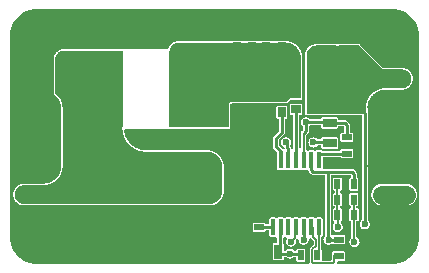
<source format=gtl>
G04*
G04 #@! TF.GenerationSoftware,Altium Limited,Altium Designer,20.1.8 (145)*
G04*
G04 Layer_Physical_Order=1*
G04 Layer_Color=2232046*
%FSAX44Y44*%
%MOMM*%
G71*
G04*
G04 #@! TF.SameCoordinates,513F2EBE-DBB5-41E4-B840-0BD9831D4F27*
G04*
G04*
G04 #@! TF.FilePolarity,Positive*
G04*
G01*
G75*
%ADD10C,0.1524*%
%ADD12C,0.2540*%
%ADD14C,0.1270*%
G04:AMPARAMS|DCode=15|XSize=6.5mm|YSize=5mm|CornerRadius=0.025mm|HoleSize=0mm|Usage=FLASHONLY|Rotation=90.000|XOffset=0mm|YOffset=0mm|HoleType=Round|Shape=RoundedRectangle|*
%AMROUNDEDRECTD15*
21,1,6.5000,4.9500,0,0,90.0*
21,1,6.4500,5.0000,0,0,90.0*
1,1,0.0500,2.4750,3.2250*
1,1,0.0500,2.4750,-3.2250*
1,1,0.0500,-2.4750,-3.2250*
1,1,0.0500,-2.4750,3.2250*
%
%ADD15ROUNDEDRECTD15*%
G04:AMPARAMS|DCode=16|XSize=2.35mm|YSize=2.1mm|CornerRadius=0.0105mm|HoleSize=0mm|Usage=FLASHONLY|Rotation=180.000|XOffset=0mm|YOffset=0mm|HoleType=Round|Shape=RoundedRectangle|*
%AMROUNDEDRECTD16*
21,1,2.3500,2.0790,0,0,180.0*
21,1,2.3290,2.1000,0,0,180.0*
1,1,0.0210,-1.1645,1.0395*
1,1,0.0210,1.1645,1.0395*
1,1,0.0210,1.1645,-1.0395*
1,1,0.0210,-1.1645,-1.0395*
%
%ADD16ROUNDEDRECTD16*%
G04:AMPARAMS|DCode=19|XSize=2.9972mm|YSize=3.0988mm|CornerRadius=0.015mm|HoleSize=0mm|Usage=FLASHONLY|Rotation=90.000|XOffset=0mm|YOffset=0mm|HoleType=Round|Shape=RoundedRectangle|*
%AMROUNDEDRECTD19*
21,1,2.9972,3.0688,0,0,90.0*
21,1,2.9672,3.0988,0,0,90.0*
1,1,0.0300,1.5344,1.4836*
1,1,0.0300,1.5344,-1.4836*
1,1,0.0300,-1.5344,-1.4836*
1,1,0.0300,-1.5344,1.4836*
%
%ADD19ROUNDEDRECTD19*%
G04:AMPARAMS|DCode=20|XSize=1.4224mm|YSize=0.35mm|CornerRadius=0.0018mm|HoleSize=0mm|Usage=FLASHONLY|Rotation=270.000|XOffset=0mm|YOffset=0mm|HoleType=Round|Shape=RoundedRectangle|*
%AMROUNDEDRECTD20*
21,1,1.4224,0.3465,0,0,270.0*
21,1,1.4189,0.3500,0,0,270.0*
1,1,0.0035,-0.1733,-0.7095*
1,1,0.0035,-0.1733,0.7095*
1,1,0.0035,0.1733,0.7095*
1,1,0.0035,0.1733,-0.7095*
%
%ADD20ROUNDEDRECTD20*%
G04:AMPARAMS|DCode=21|XSize=0.85mm|YSize=0.5mm|CornerRadius=0.0025mm|HoleSize=0mm|Usage=FLASHONLY|Rotation=270.000|XOffset=0mm|YOffset=0mm|HoleType=Round|Shape=RoundedRectangle|*
%AMROUNDEDRECTD21*
21,1,0.8500,0.4950,0,0,270.0*
21,1,0.8450,0.5000,0,0,270.0*
1,1,0.0050,-0.2475,-0.4225*
1,1,0.0050,-0.2475,0.4225*
1,1,0.0050,0.2475,0.4225*
1,1,0.0050,0.2475,-0.4225*
%
%ADD21ROUNDEDRECTD21*%
G04:AMPARAMS|DCode=22|XSize=1.2mm|YSize=0.7mm|CornerRadius=0.0035mm|HoleSize=0mm|Usage=FLASHONLY|Rotation=180.000|XOffset=0mm|YOffset=0mm|HoleType=Round|Shape=RoundedRectangle|*
%AMROUNDEDRECTD22*
21,1,1.2000,0.6930,0,0,180.0*
21,1,1.1930,0.7000,0,0,180.0*
1,1,0.0070,-0.5965,0.3465*
1,1,0.0070,0.5965,0.3465*
1,1,0.0070,0.5965,-0.3465*
1,1,0.0070,-0.5965,-0.3465*
%
%ADD22ROUNDEDRECTD22*%
G04:AMPARAMS|DCode=25|XSize=0.85mm|YSize=0.5mm|CornerRadius=0.0025mm|HoleSize=0mm|Usage=FLASHONLY|Rotation=180.000|XOffset=0mm|YOffset=0mm|HoleType=Round|Shape=RoundedRectangle|*
%AMROUNDEDRECTD25*
21,1,0.8500,0.4950,0,0,180.0*
21,1,0.8450,0.5000,0,0,180.0*
1,1,0.0050,-0.4225,0.2475*
1,1,0.0050,0.4225,0.2475*
1,1,0.0050,0.4225,-0.2475*
1,1,0.0050,-0.4225,-0.2475*
%
%ADD25ROUNDEDRECTD25*%
G04:AMPARAMS|DCode=26|XSize=1.65mm|YSize=0.8mm|CornerRadius=0.004mm|HoleSize=0mm|Usage=FLASHONLY|Rotation=90.000|XOffset=0mm|YOffset=0mm|HoleType=Round|Shape=RoundedRectangle|*
%AMROUNDEDRECTD26*
21,1,1.6500,0.7920,0,0,90.0*
21,1,1.6420,0.8000,0,0,90.0*
1,1,0.0080,0.3960,0.8210*
1,1,0.0080,0.3960,-0.8210*
1,1,0.0080,-0.3960,-0.8210*
1,1,0.0080,-0.3960,0.8210*
%
%ADD26ROUNDEDRECTD26*%
G04:AMPARAMS|DCode=27|XSize=1.65mm|YSize=0.8mm|CornerRadius=0.004mm|HoleSize=0mm|Usage=FLASHONLY|Rotation=0.000|XOffset=0mm|YOffset=0mm|HoleType=Round|Shape=RoundedRectangle|*
%AMROUNDEDRECTD27*
21,1,1.6500,0.7920,0,0,0.0*
21,1,1.6420,0.8000,0,0,0.0*
1,1,0.0080,0.8210,-0.3960*
1,1,0.0080,-0.8210,-0.3960*
1,1,0.0080,-0.8210,0.3960*
1,1,0.0080,0.8210,0.3960*
%
%ADD27ROUNDEDRECTD27*%
G04:AMPARAMS|DCode=28|XSize=0.85mm|YSize=0.55mm|CornerRadius=0.0028mm|HoleSize=0mm|Usage=FLASHONLY|Rotation=180.000|XOffset=0mm|YOffset=0mm|HoleType=Round|Shape=RoundedRectangle|*
%AMROUNDEDRECTD28*
21,1,0.8500,0.5445,0,0,180.0*
21,1,0.8445,0.5500,0,0,180.0*
1,1,0.0055,-0.4223,0.2723*
1,1,0.0055,0.4223,0.2723*
1,1,0.0055,0.4223,-0.2723*
1,1,0.0055,-0.4223,-0.2723*
%
%ADD28ROUNDEDRECTD28*%
G04:AMPARAMS|DCode=29|XSize=1.2mm|YSize=0.7mm|CornerRadius=0.0035mm|HoleSize=0mm|Usage=FLASHONLY|Rotation=90.000|XOffset=0mm|YOffset=0mm|HoleType=Round|Shape=RoundedRectangle|*
%AMROUNDEDRECTD29*
21,1,1.2000,0.6930,0,0,90.0*
21,1,1.1930,0.7000,0,0,90.0*
1,1,0.0070,0.3465,0.5965*
1,1,0.0070,0.3465,-0.5965*
1,1,0.0070,-0.3465,-0.5965*
1,1,0.0070,-0.3465,0.5965*
%
%ADD29ROUNDEDRECTD29*%
G04:AMPARAMS|DCode=30|XSize=0.85mm|YSize=0.55mm|CornerRadius=0.0028mm|HoleSize=0mm|Usage=FLASHONLY|Rotation=90.000|XOffset=0mm|YOffset=0mm|HoleType=Round|Shape=RoundedRectangle|*
%AMROUNDEDRECTD30*
21,1,0.8500,0.5445,0,0,90.0*
21,1,0.8445,0.5500,0,0,90.0*
1,1,0.0055,0.2723,0.4223*
1,1,0.0055,0.2723,-0.4223*
1,1,0.0055,-0.2723,-0.4223*
1,1,0.0055,-0.2723,0.4223*
%
%ADD30ROUNDEDRECTD30*%
G04:AMPARAMS|DCode=52|XSize=0.8mm|YSize=0.7mm|CornerRadius=0.0035mm|HoleSize=0mm|Usage=FLASHONLY|Rotation=90.000|XOffset=0mm|YOffset=0mm|HoleType=Round|Shape=RoundedRectangle|*
%AMROUNDEDRECTD52*
21,1,0.8000,0.6930,0,0,90.0*
21,1,0.7930,0.7000,0,0,90.0*
1,1,0.0070,0.3465,0.3965*
1,1,0.0070,0.3465,-0.3965*
1,1,0.0070,-0.3465,-0.3965*
1,1,0.0070,-0.3465,0.3965*
%
%ADD52ROUNDEDRECTD52*%
G04:AMPARAMS|DCode=53|XSize=4.3mm|YSize=4.56mm|CornerRadius=0.0215mm|HoleSize=0mm|Usage=FLASHONLY|Rotation=90.000|XOffset=0mm|YOffset=0mm|HoleType=Round|Shape=RoundedRectangle|*
%AMROUNDEDRECTD53*
21,1,4.3000,4.5170,0,0,90.0*
21,1,4.2570,4.5600,0,0,90.0*
1,1,0.0430,2.2585,2.1285*
1,1,0.0430,2.2585,-2.1285*
1,1,0.0430,-2.2585,-2.1285*
1,1,0.0430,-2.2585,2.1285*
%
%ADD53ROUNDEDRECTD53*%
G04:AMPARAMS|DCode=54|XSize=0.8mm|YSize=0.7mm|CornerRadius=0.0035mm|HoleSize=0mm|Usage=FLASHONLY|Rotation=0.000|XOffset=0mm|YOffset=0mm|HoleType=Round|Shape=RoundedRectangle|*
%AMROUNDEDRECTD54*
21,1,0.8000,0.6930,0,0,0.0*
21,1,0.7930,0.7000,0,0,0.0*
1,1,0.0070,0.3965,-0.3465*
1,1,0.0070,-0.3965,-0.3465*
1,1,0.0070,-0.3965,0.3465*
1,1,0.0070,0.3965,0.3465*
%
%ADD54ROUNDEDRECTD54*%
G04:AMPARAMS|DCode=55|XSize=4.3mm|YSize=4.56mm|CornerRadius=0.0215mm|HoleSize=0mm|Usage=FLASHONLY|Rotation=0.000|XOffset=0mm|YOffset=0mm|HoleType=Round|Shape=RoundedRectangle|*
%AMROUNDEDRECTD55*
21,1,4.3000,4.5170,0,0,0.0*
21,1,4.2570,4.5600,0,0,0.0*
1,1,0.0430,2.1285,-2.2585*
1,1,0.0430,-2.1285,-2.2585*
1,1,0.0430,-2.1285,2.2585*
1,1,0.0430,2.1285,2.2585*
%
%ADD55ROUNDEDRECTD55*%
%ADD56C,0.2032*%
%ADD57C,1.6000*%
%ADD58C,1.5000*%
%ADD59O,4.0000X2.4000*%
%ADD60C,2.5000*%
%ADD61C,0.6500*%
%ADD62C,0.6000*%
%ADD63C,1.5000*%
G36*
X00331697Y00217079D02*
X00335876Y00215348D01*
X00339637Y00212835D01*
X00342835Y00209637D01*
X00345348Y00205876D01*
X00347079Y00201697D01*
X00347961Y00197262D01*
Y00195000D01*
Y00025000D01*
Y00022738D01*
X00347079Y00018303D01*
X00345348Y00014124D01*
X00342835Y00010363D01*
X00339637Y00007165D01*
X00335876Y00004652D01*
X00331697Y00002921D01*
X00327262Y00002039D01*
X00279497D01*
X00279306Y00002138D01*
X00279132Y00002244D01*
X00279063Y00002301D01*
X00278436Y00003196D01*
X00278326Y00003552D01*
X00279439Y00004494D01*
X00284247D01*
X00284392Y00004502D01*
X00284536Y00004527D01*
X00284676Y00004567D01*
X00284811Y00004623D01*
X00284938Y00004693D01*
X00285057Y00004778D01*
X00285166Y00004875D01*
X00285263Y00004983D01*
X00285347Y00005102D01*
X00285418Y00005230D01*
X00285473Y00005364D01*
X00285514Y00005504D01*
X00285538Y00005648D01*
X00285546Y00005793D01*
Y00011238D01*
X00285538Y00011384D01*
X00285514Y00011528D01*
X00285473Y00011668D01*
X00285418Y00011802D01*
X00285347Y00011930D01*
X00285263Y00012049D01*
X00285166Y00012157D01*
X00285057Y00012255D01*
X00284938Y00012339D01*
X00284811Y00012409D01*
X00284676Y00012465D01*
X00284536Y00012505D01*
X00284392Y00012530D01*
X00284247Y00012538D01*
X00275802D01*
X00275656Y00012530D01*
X00275513Y00012505D01*
X00275373Y00012465D01*
X00275238Y00012409D01*
X00275110Y00012339D01*
X00274992Y00012255D01*
X00274883Y00012157D01*
X00274786Y00012049D01*
X00274702Y00011930D01*
X00274631Y00011802D01*
X00274575Y00011668D01*
X00274535Y00011528D01*
X00274511Y00011384D01*
X00274502Y00011238D01*
Y00005793D01*
X00273480Y00004542D01*
X00267279D01*
X00267036Y00004595D01*
X00265797Y00005015D01*
Y00013465D01*
X00265789Y00013610D01*
X00265764Y00013753D01*
X00265724Y00013893D01*
X00265669Y00014027D01*
X00265598Y00014155D01*
X00265514Y00014273D01*
X00265421Y00014378D01*
Y00024535D01*
X00265533Y00024555D01*
X00265672Y00024595D01*
X00265805Y00024650D01*
X00265932Y00024720D01*
X00266050Y00024804D01*
X00266158Y00024900D01*
X00266254Y00025008D01*
X00266338Y00025126D01*
X00266408Y00025252D01*
X00266463Y00025386D01*
X00266503Y00025525D01*
X00266527Y00025667D01*
X00266535Y00025812D01*
Y00040001D01*
X00266527Y00040145D01*
X00266503Y00040288D01*
X00266463Y00040427D01*
X00266408Y00040560D01*
X00266338Y00040687D01*
X00266254Y00040805D01*
X00266158Y00040912D01*
X00266050Y00041009D01*
X00265932Y00041093D01*
X00265805Y00041163D01*
X00265672Y00041218D01*
X00265533Y00041258D01*
X00265390Y00041282D01*
X00265246Y00041290D01*
X00261781D01*
X00261637Y00041282D01*
X00261494Y00041258D01*
X00261355Y00041218D01*
X00261221Y00041163D01*
X00261007Y00041064D01*
X00260684Y00040960D01*
X00260400Y00040912D01*
X00260127D01*
X00259842Y00040960D01*
X00259520Y00041064D01*
X00259305Y00041163D01*
X00259172Y00041218D01*
X00259033Y00041258D01*
X00258890Y00041282D01*
X00258746Y00041290D01*
X00255281D01*
X00255137Y00041282D01*
X00254994Y00041258D01*
X00254855Y00041218D01*
X00254775Y00041185D01*
X00254721Y00041163D01*
X00254488Y00041082D01*
X00254457Y00041075D01*
X00253927Y00041009D01*
X00253599D01*
X00253070Y00041075D01*
X00253039Y00041082D01*
X00252805Y00041163D01*
X00252752Y00041185D01*
X00252672Y00041218D01*
X00252533Y00041258D01*
X00252390Y00041282D01*
X00252246Y00041290D01*
X00248781D01*
X00248636Y00041282D01*
X00248494Y00041258D01*
X00248355Y00041218D01*
X00248275Y00041185D01*
X00248221Y00041163D01*
X00247988Y00041082D01*
X00247956Y00041075D01*
X00247427Y00041009D01*
X00247099D01*
X00246570Y00041075D01*
X00246539Y00041082D01*
X00246305Y00041163D01*
X00246252Y00041185D01*
X00246172Y00041218D01*
X00246033Y00041258D01*
X00245890Y00041282D01*
X00245746Y00041290D01*
X00242281D01*
X00242136Y00041282D01*
X00241994Y00041258D01*
X00241855Y00041218D01*
X00241721Y00041163D01*
X00241507Y00041064D01*
X00241184Y00040960D01*
X00240900Y00040912D01*
X00240627D01*
X00240343Y00040960D01*
X00240020Y00041064D01*
X00239805Y00041163D01*
X00239672Y00041218D01*
X00239533Y00041258D01*
X00239390Y00041282D01*
X00239246Y00041290D01*
X00235781D01*
X00235637Y00041282D01*
X00235494Y00041258D01*
X00235355Y00041218D01*
X00235275Y00041185D01*
X00235221Y00041163D01*
X00234988Y00041082D01*
X00234956Y00041075D01*
X00234427Y00041009D01*
X00234100D01*
X00233570Y00041075D01*
X00233539Y00041082D01*
X00233305Y00041163D01*
X00233252Y00041185D01*
X00233172Y00041218D01*
X00233033Y00041258D01*
X00232890Y00041282D01*
X00232746Y00041290D01*
X00229281D01*
X00229137Y00041282D01*
X00228994Y00041258D01*
X00228855Y00041218D01*
X00228775Y00041185D01*
X00228721Y00041163D01*
X00228488Y00041082D01*
X00228456Y00041075D01*
X00227927Y00041009D01*
X00227600D01*
X00227070Y00041075D01*
X00227039Y00041082D01*
X00226805Y00041163D01*
X00226752Y00041185D01*
X00226672Y00041218D01*
X00226533Y00041258D01*
X00226390Y00041282D01*
X00226246Y00041290D01*
X00222781D01*
X00222637Y00041282D01*
X00222494Y00041258D01*
X00222355Y00041218D01*
X00222221Y00041163D01*
X00222095Y00041093D01*
X00221977Y00041009D01*
X00221869Y00040912D01*
X00221773Y00040805D01*
X00221689Y00040687D01*
X00221619Y00040560D01*
X00221564Y00040427D01*
X00221524Y00040288D01*
X00221499Y00040145D01*
X00221491Y00040001D01*
Y00035449D01*
X00218354D01*
Y00035629D01*
X00218346Y00035774D01*
X00218321Y00035918D01*
X00218281Y00036058D01*
X00218225Y00036193D01*
X00218155Y00036320D01*
X00218071Y00036439D01*
X00217973Y00036548D01*
X00217865Y00036645D01*
X00217746Y00036729D01*
X00217618Y00036799D01*
X00217484Y00036855D01*
X00217344Y00036896D01*
X00217200Y00036920D01*
X00217055Y00036928D01*
X00208610D01*
X00208464Y00036920D01*
X00208320Y00036896D01*
X00208180Y00036855D01*
X00208046Y00036799D01*
X00207918Y00036729D01*
X00207799Y00036645D01*
X00207691Y00036548D01*
X00207593Y00036439D01*
X00207509Y00036320D01*
X00207439Y00036193D01*
X00207383Y00036058D01*
X00207343Y00035918D01*
X00207318Y00035774D01*
X00207310Y00035629D01*
Y00030184D01*
X00207318Y00030038D01*
X00207343Y00029894D01*
X00207383Y00029755D01*
X00207439Y00029620D01*
X00207509Y00029492D01*
X00207593Y00029373D01*
X00207691Y00029265D01*
X00207799Y00029168D01*
X00207918Y00029083D01*
X00208046Y00029013D01*
X00208180Y00028957D01*
X00208320Y00028917D01*
X00208464Y00028892D01*
X00208610Y00028884D01*
X00217055D01*
X00217200Y00028892D01*
X00217344Y00028917D01*
X00217484Y00028957D01*
X00217618Y00029013D01*
X00217746Y00029083D01*
X00217865Y00029168D01*
X00217973Y00029265D01*
X00218071Y00029373D01*
X00218155Y00029492D01*
X00218225Y00029620D01*
X00218281Y00029755D01*
X00218321Y00029894D01*
X00218346Y00030038D01*
X00218354Y00030184D01*
Y00030364D01*
X00221491D01*
Y00025812D01*
X00221499Y00025667D01*
X00221524Y00025525D01*
X00221564Y00025386D01*
X00221619Y00025252D01*
X00221689Y00025126D01*
X00221773Y00025008D01*
X00221869Y00024900D01*
X00221977Y00024804D01*
X00222095Y00024720D01*
X00222221Y00024650D01*
X00222355Y00024595D01*
X00222494Y00024555D01*
X00222637Y00024530D01*
X00222781Y00024522D01*
X00226246D01*
X00226390Y00024530D01*
X00226533Y00024555D01*
X00226672Y00024595D01*
X00227691Y00024199D01*
X00228163Y00023754D01*
Y00019524D01*
X00225524D01*
X00225378Y00019516D01*
X00225233Y00019491D01*
X00225093Y00019450D01*
X00224957Y00019394D01*
X00224829Y00019323D01*
X00224709Y00019239D01*
X00224600Y00019141D01*
X00224502Y00019032D01*
X00224418Y00018912D01*
X00224347Y00018784D01*
X00224291Y00018648D01*
X00224250Y00018507D01*
X00224226Y00018363D01*
X00224217Y00018217D01*
Y00006287D01*
X00224226Y00006140D01*
X00224250Y00005996D01*
X00224291Y00005855D01*
X00224347Y00005720D01*
X00224418Y00005591D01*
X00224502Y00005472D01*
X00224600Y00005362D01*
X00224709Y00005265D01*
X00224829Y00005180D01*
X00224957Y00005109D01*
X00225093Y00005053D01*
X00225233Y00005012D01*
X00225378Y00004988D01*
X00225524Y00004980D01*
X00232454D01*
X00232601Y00004988D01*
X00232745Y00005012D01*
X00232886Y00005053D01*
X00233021Y00005109D01*
X00233150Y00005180D01*
X00233269Y00005265D01*
X00233379Y00005362D01*
X00233476Y00005472D01*
X00233561Y00005591D01*
X00233632Y00005720D01*
X00233688Y00005855D01*
X00233729Y00005996D01*
X00233753Y00006140D01*
X00233761Y00006287D01*
Y00008252D01*
X00235582D01*
X00235624Y00008193D01*
X00235801Y00007977D01*
X00235992Y00007773D01*
X00236196Y00007582D01*
X00236413Y00007405D01*
X00236640Y00007242D01*
X00236877Y00007094D01*
X00237124Y00006962D01*
X00237378Y00006847D01*
X00237640Y00006748D01*
X00237908Y00006667D01*
X00238180Y00006604D01*
X00238456Y00006558D01*
X00238734Y00006531D01*
X00239013Y00006522D01*
X00239293Y00006531D01*
X00239571Y00006558D01*
X00239847Y00006604D01*
X00240119Y00006667D01*
X00240387Y00006748D01*
X00240648Y00006847D01*
X00240903Y00006962D01*
X00241149Y00007094D01*
X00241387Y00007242D01*
X00241614Y00007405D01*
X00241830Y00007582D01*
X00242034Y00007773D01*
X00242225Y00007977D01*
X00242403Y00008193D01*
X00242444Y00008252D01*
X00244253D01*
Y00005015D01*
X00244261Y00004869D01*
X00244285Y00004726D01*
X00244326Y00004586D01*
X00244381Y00004452D01*
X00244452Y00004324D01*
X00244536Y00004206D01*
X00244633Y00004097D01*
X00244741Y00004001D01*
X00244860Y00003916D01*
X00244987Y00003846D01*
X00245121Y00003790D01*
X00245261Y00003750D01*
X00245405Y00003726D01*
X00245550Y00003717D01*
X00250500D01*
X00250645Y00003726D01*
X00250788Y00003750D01*
X00250928Y00003790D01*
X00251063Y00003846D01*
X00251190Y00003916D01*
X00251309Y00004001D01*
X00251417Y00004097D01*
X00251514Y00004206D01*
X00251598Y00004324D01*
X00251668Y00004452D01*
X00251724Y00004586D01*
X00251764Y00004726D01*
X00251789Y00004869D01*
X00251797Y00005015D01*
Y00013465D01*
X00251789Y00013610D01*
X00251764Y00013753D01*
X00251724Y00013893D01*
X00251668Y00014027D01*
X00251598Y00014155D01*
X00251514Y00014273D01*
X00251417Y00014382D01*
X00251309Y00014479D01*
X00251190Y00014563D01*
X00251063Y00014633D01*
X00250928Y00014689D01*
X00250788Y00014729D01*
X00250645Y00014753D01*
X00250500Y00014762D01*
X00245550D01*
X00245405Y00014753D01*
X00245261Y00014729D01*
X00245121Y00014689D01*
X00244987Y00014633D01*
X00244860Y00014563D01*
X00244741Y00014479D01*
X00244633Y00014382D01*
X00244536Y00014273D01*
X00244452Y00014155D01*
X00244381Y00014027D01*
X00244326Y00013893D01*
X00244285Y00013753D01*
X00244261Y00013610D01*
X00244253Y00013465D01*
Y00013336D01*
X00242444D01*
X00242403Y00013395D01*
X00242225Y00013611D01*
X00242034Y00013815D01*
X00241830Y00014006D01*
X00241614Y00014183D01*
X00241387Y00014346D01*
X00241149Y00014494D01*
X00240903Y00014626D01*
X00240648Y00014741D01*
X00240387Y00014840D01*
X00240119Y00014921D01*
X00239847Y00014984D01*
X00239571Y00015030D01*
X00239293Y00015057D01*
X00239013Y00015066D01*
X00238734Y00015057D01*
X00238456Y00015030D01*
X00238180Y00014984D01*
X00237908Y00014921D01*
X00237640Y00014840D01*
X00237378Y00014741D01*
X00237124Y00014626D01*
X00236877Y00014494D01*
X00236640Y00014346D01*
X00236413Y00014183D01*
X00236196Y00014006D01*
X00235992Y00013815D01*
X00235801Y00013611D01*
X00235624Y00013395D01*
X00235582Y00013336D01*
X00233761D01*
Y00018217D01*
X00233753Y00018363D01*
X00233729Y00018507D01*
X00233688Y00018648D01*
X00233632Y00018784D01*
X00233561Y00018912D01*
X00233476Y00019032D01*
X00233379Y00019141D01*
X00233269Y00019239D01*
X00233248Y00019254D01*
Y00023855D01*
X00234713Y00024768D01*
X00234956Y00024737D01*
X00234988Y00024730D01*
X00235221Y00024650D01*
X00235275Y00024628D01*
X00235355Y00024595D01*
X00235494Y00024555D01*
X00235547Y00024500D01*
X00235969Y00023860D01*
X00236200Y00023048D01*
X00236068Y00022802D01*
X00235952Y00022547D01*
X00235854Y00022285D01*
X00235773Y00022018D01*
X00235709Y00021746D01*
X00235664Y00021470D01*
X00235636Y00021192D01*
X00235627Y00020912D01*
X00235636Y00020633D01*
X00235664Y00020354D01*
X00235709Y00020079D01*
X00235773Y00019806D01*
X00235854Y00019539D01*
X00235952Y00019277D01*
X00236068Y00019023D01*
X00236200Y00018776D01*
X00236347Y00018539D01*
X00236510Y00018311D01*
X00236687Y00018095D01*
X00236879Y00017891D01*
X00237083Y00017700D01*
X00237299Y00017523D01*
X00237526Y00017360D01*
X00237763Y00017212D01*
X00238010Y00017080D01*
X00238265Y00016965D01*
X00238526Y00016867D01*
X00238794Y00016785D01*
X00239066Y00016722D01*
X00239342Y00016676D01*
X00239620Y00016649D01*
X00239900Y00016640D01*
X00240179Y00016649D01*
X00240457Y00016676D01*
X00240733Y00016722D01*
X00241005Y00016785D01*
X00241273Y00016867D01*
X00241534Y00016965D01*
X00241789Y00017080D01*
X00242036Y00017212D01*
X00242273Y00017360D01*
X00242500Y00017523D01*
X00242716Y00017700D01*
X00242920Y00017891D01*
X00243112Y00018095D01*
X00243289Y00018311D01*
X00243452Y00018539D01*
X00243599Y00018776D01*
X00243731Y00019023D01*
X00243847Y00019277D01*
X00243945Y00019539D01*
X00244026Y00019806D01*
X00244090Y00020079D01*
X00244135Y00020354D01*
X00244163Y00020633D01*
X00244172Y00020912D01*
X00244163Y00021192D01*
X00244135Y00021470D01*
X00244090Y00021746D01*
X00244026Y00022018D01*
X00243951Y00022266D01*
X00244268Y00022583D01*
X00244268Y00022583D01*
X00244394Y00022722D01*
X00244505Y00022873D01*
X00245100Y00023003D01*
X00245304Y00022916D01*
X00245486Y00022785D01*
X00246259Y00022062D01*
X00246270Y00022038D01*
X00246278Y00021958D01*
X00246323Y00021683D01*
X00246387Y00021410D01*
X00246468Y00021143D01*
X00246566Y00020881D01*
X00246682Y00020626D01*
X00246814Y00020380D01*
X00246961Y00020143D01*
X00247124Y00019915D01*
X00247301Y00019699D01*
X00247492Y00019495D01*
X00247696Y00019304D01*
X00247913Y00019127D01*
X00248140Y00018964D01*
X00248377Y00018816D01*
X00248624Y00018684D01*
X00248878Y00018569D01*
X00249140Y00018470D01*
X00249408Y00018389D01*
X00249680Y00018326D01*
X00249956Y00018280D01*
X00250234Y00018253D01*
X00250513Y00018244D01*
X00250793Y00018253D01*
X00251071Y00018280D01*
X00251347Y00018326D01*
X00251619Y00018389D01*
X00251887Y00018470D01*
X00252148Y00018569D01*
X00252403Y00018684D01*
X00252649Y00018816D01*
X00252887Y00018964D01*
X00253114Y00019127D01*
X00253330Y00019304D01*
X00253534Y00019495D01*
X00253725Y00019699D01*
X00253903Y00019915D01*
X00254066Y00020143D01*
X00254213Y00020380D01*
X00254345Y00020626D01*
X00254460Y00020881D01*
X00254559Y00021143D01*
X00254640Y00021410D01*
X00254704Y00021683D01*
X00254749Y00021958D01*
X00254776Y00022237D01*
X00254786Y00022516D01*
X00254779Y00022711D01*
X00255352Y00023303D01*
X00255944Y00023825D01*
X00256154Y00023827D01*
X00256506Y00023774D01*
X00256784Y00023691D01*
X00258907Y00021569D01*
Y00018248D01*
X00256271Y00015613D01*
X00256146Y00015474D01*
X00256034Y00015324D01*
X00255938Y00015163D01*
X00255858Y00014994D01*
X00255795Y00014818D01*
X00255749Y00014636D01*
X00255722Y00014451D01*
X00255713Y00014264D01*
Y00003581D01*
X00255714Y00003563D01*
X00255640Y00003272D01*
X00254985Y00002301D01*
X00254926Y00002248D01*
X00254848Y00002198D01*
X00254556Y00002039D01*
X00022738D01*
X00018303Y00002921D01*
X00014124Y00004652D01*
X00010363Y00007165D01*
X00007165Y00010363D01*
X00004652Y00014124D01*
X00002921Y00018303D01*
X00002039Y00022738D01*
Y00025000D01*
Y00195000D01*
Y00197262D01*
X00002921Y00201697D01*
X00004652Y00205876D01*
X00007165Y00209637D01*
X00010363Y00212835D01*
X00014124Y00215348D01*
X00018303Y00217079D01*
X00022738Y00217961D01*
X00327262D01*
X00331697Y00217079D01*
D02*
G37*
%LPC*%
G36*
X00235478Y00190572D02*
X00228548D01*
X00228547Y00190572D01*
X00222479D01*
X00222478Y00190572D01*
X00215548D01*
X00215547Y00190572D01*
X00210479D01*
X00210478Y00190572D01*
X00203548D01*
X00203547Y00190572D01*
X00197479D01*
X00197478Y00190572D01*
X00190548D01*
X00190548Y00190572D01*
X00143949Y00190572D01*
X00143947Y00190572D01*
X00143778Y00190572D01*
X00143747Y00190570D01*
X00143716Y00190570D01*
X00143375Y00190554D01*
X00143344Y00190550D01*
X00143313Y00190549D01*
X00142974Y00190516D01*
X00142943Y00190511D01*
X00142912Y00190508D01*
X00142574Y00190458D01*
X00142544Y00190452D01*
X00142513Y00190447D01*
X00142178Y00190381D01*
X00142148Y00190373D01*
X00142117Y00190367D01*
X00141786Y00190284D01*
X00141757Y00190275D01*
X00141726Y00190268D01*
X00141400Y00190168D01*
X00141371Y00190158D01*
X00141341Y00190149D01*
X00141020Y00190034D01*
X00140991Y00190022D01*
X00140961Y00190012D01*
X00140646Y00189881D01*
X00140618Y00189868D01*
X00140589Y00189856D01*
X00140281Y00189710D01*
X00140253Y00189695D01*
X00140225Y00189682D01*
X00139924Y00189521D01*
X00139898Y00189505D01*
X00139870Y00189490D01*
X00139578Y00189315D01*
X00139552Y00189298D01*
X00139525Y00189282D01*
X00139241Y00189092D01*
X00139216Y00189073D01*
X00139190Y00189056D01*
X00138916Y00188853D01*
X00138892Y00188833D01*
X00138867Y00188815D01*
X00138603Y00188598D01*
X00138580Y00188577D01*
X00138556Y00188557D01*
X00138303Y00188328D01*
X00138281Y00188306D01*
X00138258Y00188286D01*
X00138017Y00188044D01*
X00137996Y00188021D01*
X00137974Y00187999D01*
X00137745Y00187746D01*
X00137725Y00187722D01*
X00137704Y00187699D01*
X00137488Y00187435D01*
X00137469Y00187410D01*
X00137449Y00187386D01*
X00137246Y00187112D01*
X00137229Y00187086D01*
X00137210Y00187061D01*
X00137021Y00186778D01*
X00137005Y00186751D01*
X00136987Y00186725D01*
X00136812Y00186432D01*
X00136798Y00186405D01*
X00136781Y00186378D01*
X00136621Y00186077D01*
X00136607Y00186049D01*
X00136593Y00186022D01*
X00136447Y00185713D01*
X00136435Y00185684D01*
X00136421Y00185656D01*
X00136291Y00185341D01*
X00136281Y00185312D01*
X00136268Y00185283D01*
X00136153Y00184962D01*
X00136145Y00184932D01*
X00136134Y00184902D01*
X00136035Y00184576D01*
X00136028Y00184546D01*
X00136018Y00184516D01*
X00135935Y00184185D01*
X00135929Y00184154D01*
X00135922Y00184124D01*
X00135855Y00183790D01*
X00135852Y00183765D01*
X00135724Y00183772D01*
X00098291Y00183772D01*
X00098148Y00183764D01*
X00098007Y00183740D01*
X00097870Y00183701D01*
X00097739Y00183646D01*
X00097614Y00183577D01*
X00097561Y00183540D01*
X00097413Y00183622D01*
X00097255Y00183687D01*
X00097091Y00183734D01*
X00096923Y00183763D01*
X00096753Y00183773D01*
X00096115D01*
X00096104Y00183773D01*
X00069401Y00183773D01*
X00047252D01*
X00047243Y00183772D01*
X00047149D01*
X00047148Y00183772D01*
X00046979D01*
X00046948Y00183770D01*
X00046917Y00183770D01*
X00046579Y00183754D01*
X00046548Y00183750D01*
X00046517Y00183749D01*
X00046180Y00183716D01*
X00046149Y00183711D01*
X00046118Y00183708D01*
X00045783Y00183659D01*
X00045752Y00183652D01*
X00045721Y00183648D01*
X00045389Y00183582D01*
X00045359Y00183574D01*
X00045328Y00183568D01*
X00045000Y00183486D01*
X00044970Y00183477D01*
X00044940Y00183469D01*
X00044616Y00183371D01*
X00044586Y00183360D01*
X00044557Y00183351D01*
X00044238Y00183237D01*
X00044209Y00183225D01*
X00044180Y00183215D01*
X00043867Y00183085D01*
X00043839Y00183072D01*
X00043810Y00183060D01*
X00043504Y00182915D01*
X00043476Y00182901D01*
X00043448Y00182887D01*
X00043149Y00182728D01*
X00043123Y00182712D01*
X00043095Y00182697D01*
X00042805Y00182523D01*
X00042779Y00182505D01*
X00042752Y00182489D01*
X00042470Y00182301D01*
X00042446Y00182283D01*
X00042419Y00182265D01*
X00042147Y00182064D01*
X00042123Y00182044D01*
X00042098Y00182025D01*
X00041837Y00181811D01*
X00041814Y00181790D01*
X00041789Y00181770D01*
X00041538Y00181542D01*
X00041516Y00181520D01*
X00041493Y00181499D01*
X00041254Y00181260D01*
X00041233Y00181237D01*
X00041211Y00181215D01*
X00040983Y00180964D01*
X00040964Y00180940D01*
X00040943Y00180917D01*
X00040728Y00180655D01*
X00040710Y00180630D01*
X00040689Y00180606D01*
X00040488Y00180334D01*
X00040471Y00180308D01*
X00040452Y00180283D01*
X00040264Y00180001D01*
X00040248Y00179974D01*
X00040230Y00179949D01*
X00040056Y00179658D01*
X00040042Y00179631D01*
X00040026Y00179604D01*
X00039866Y00179305D01*
X00039853Y00179277D01*
X00039838Y00179249D01*
X00039693Y00178943D01*
X00039681Y00178914D01*
X00039668Y00178886D01*
X00039538Y00178573D01*
X00039528Y00178544D01*
X00039516Y00178515D01*
X00039402Y00178197D01*
X00039393Y00178167D01*
X00039382Y00178137D01*
X00039284Y00177813D01*
X00039276Y00177783D01*
X00039267Y00177753D01*
X00039185Y00177425D01*
X00039179Y00177394D01*
X00039171Y00177364D01*
X00039105Y00177032D01*
X00039101Y00177001D01*
X00039095Y00176970D01*
X00039045Y00176635D01*
X00039042Y00176604D01*
X00039037Y00176573D01*
X00039004Y00176236D01*
X00039003Y00176205D01*
X00039000Y00176174D01*
X00038983Y00175836D01*
X00038983Y00175805D01*
X00038981Y00175773D01*
X00038981Y00175604D01*
Y00167125D01*
X00038978Y00167107D01*
X00038970Y00166960D01*
Y00150540D01*
X00038978Y00150393D01*
X00038981Y00150375D01*
Y00146112D01*
X00038985Y00146053D01*
X00038987Y00145993D01*
X00038989Y00145982D01*
X00038989Y00145970D01*
X00038999Y00145911D01*
X00039008Y00145852D01*
X00039011Y00145841D01*
X00039013Y00145829D01*
X00039030Y00145772D01*
X00039045Y00145715D01*
X00039049Y00145704D01*
X00039053Y00145692D01*
X00039076Y00145637D01*
X00039097Y00145582D01*
X00039103Y00145571D01*
X00039107Y00145560D01*
X00039136Y00145508D01*
X00039164Y00145456D01*
X00039171Y00145446D01*
X00039176Y00145435D01*
X00039211Y00145387D01*
X00039244Y00145338D01*
X00039252Y00145329D01*
X00039259Y00145319D01*
X00039299Y00145274D01*
X00039337Y00145230D01*
X00039346Y00145222D01*
X00039354Y00145213D01*
X00039399Y00145173D01*
X00039442Y00145133D01*
X00039451Y00145126D01*
X00039460Y00145118D01*
X00039509Y00145083D01*
X00039557Y00145048D01*
X00039760Y00144915D01*
X00040126Y00144655D01*
X00040482Y00144382D01*
X00040827Y00144096D01*
X00041162Y00143797D01*
X00041485Y00143485D01*
X00041797Y00143162D01*
X00042096Y00142827D01*
X00042382Y00142482D01*
X00042655Y00142126D01*
X00042915Y00141761D01*
X00043161Y00141384D01*
X00043392Y00141000D01*
X00043609Y00140607D01*
X00043812Y00140206D01*
X00043999Y00139799D01*
X00044170Y00139384D01*
X00044327Y00138964D01*
X00044467Y00138537D01*
X00044591Y00138106D01*
X00044699Y00137670D01*
X00044791Y00137231D01*
X00044866Y00136789D01*
X00044925Y00136343D01*
X00044967Y00135897D01*
X00044992Y00135449D01*
X00045000Y00134983D01*
X00045005Y00134924D01*
X00045008Y00134864D01*
X00045010Y00134853D01*
X00045011Y00134841D01*
X00045022Y00134782D01*
X00045032Y00134724D01*
X00045035Y00134712D01*
X00045038Y00134701D01*
X00045055Y00134644D01*
X00045071Y00134589D01*
X00045071Y00084880D01*
X00045071Y00084878D01*
X00045069Y00084631D01*
X00045053Y00084140D01*
X00045021Y00083655D01*
X00044973Y00083172D01*
X00044910Y00082690D01*
X00044831Y00082211D01*
X00044736Y00081734D01*
X00044626Y00081261D01*
X00044500Y00080792D01*
X00044359Y00080326D01*
X00044203Y00079866D01*
X00044032Y00079412D01*
X00043846Y00078963D01*
X00043645Y00078521D01*
X00043430Y00078085D01*
X00043201Y00077656D01*
X00042959Y00077236D01*
X00042702Y00076823D01*
X00042432Y00076419D01*
X00042149Y00076024D01*
X00041854Y00075639D01*
X00041545Y00075264D01*
X00041224Y00074898D01*
X00040893Y00074544D01*
X00040549Y00074200D01*
X00040195Y00073868D01*
X00039829Y00073548D01*
X00039454Y00073240D01*
X00039068Y00072944D01*
X00038674Y00072661D01*
X00038270Y00072391D01*
X00037857Y00072134D01*
X00037436Y00071891D01*
X00037008Y00071663D01*
X00036572Y00071448D01*
X00036130Y00071247D01*
X00035681Y00071061D01*
X00035226Y00070890D01*
X00034766Y00070734D01*
X00034302Y00070593D01*
X00033832Y00070467D01*
X00033359Y00070357D01*
X00032882Y00070262D01*
X00032403Y00070183D01*
X00031921Y00070120D01*
X00031438Y00070072D01*
X00030953Y00070040D01*
X00030462Y00070024D01*
X00030220Y00070022D01*
X00013781Y00070022D01*
X00013778Y00070022D01*
X00013585Y00070022D01*
X00013553Y00070020D01*
X00013522Y00070020D01*
X00013130Y00070001D01*
X00013099Y00069998D01*
X00013067Y00069997D01*
X00012677Y00069958D01*
X00012646Y00069953D01*
X00012615Y00069950D01*
X00012226Y00069893D01*
X00012196Y00069886D01*
X00012164Y00069882D01*
X00011779Y00069805D01*
X00011749Y00069798D01*
X00011718Y00069792D01*
X00011337Y00069696D01*
X00011307Y00069687D01*
X00011277Y00069680D01*
X00010901Y00069566D01*
X00010872Y00069555D01*
X00010842Y00069546D01*
X00010472Y00069414D01*
X00010443Y00069401D01*
X00010414Y00069391D01*
X00010051Y00069241D01*
X00010023Y00069227D01*
X00009994Y00069216D01*
X00009639Y00069048D01*
X00009611Y00069033D01*
X00009583Y00069019D01*
X00009237Y00068834D01*
X00009210Y00068818D01*
X00009182Y00068804D01*
X00008845Y00068602D01*
X00008820Y00068584D01*
X00008793Y00068568D01*
X00008466Y00068350D01*
X00008441Y00068331D01*
X00008415Y00068314D01*
X00008099Y00068080D01*
X00008076Y00068060D01*
X00008050Y00068042D01*
X00007747Y00067793D01*
X00007724Y00067771D01*
X00007699Y00067752D01*
X00007408Y00067488D01*
X00007386Y00067466D01*
X00007363Y00067445D01*
X00007085Y00067167D01*
X00007065Y00067144D01*
X00007042Y00067122D01*
X00006779Y00066831D01*
X00006759Y00066807D01*
X00006738Y00066783D01*
X00006489Y00066480D01*
X00006470Y00066455D01*
X00006450Y00066431D01*
X00006216Y00066115D01*
X00006199Y00066089D01*
X00006180Y00066064D01*
X00005962Y00065738D01*
X00005946Y00065711D01*
X00005929Y00065685D01*
X00005727Y00065348D01*
X00005712Y00065320D01*
X00005696Y00065293D01*
X00005511Y00064947D01*
X00005498Y00064919D01*
X00005483Y00064891D01*
X00005315Y00064536D01*
X00005303Y00064507D01*
X00005289Y00064479D01*
X00005139Y00064116D01*
X00005129Y00064087D01*
X00005117Y00064058D01*
X00004984Y00063688D01*
X00004975Y00063658D01*
X00004965Y00063629D01*
X00004851Y00063253D01*
X00004843Y00063223D01*
X00004834Y00063193D01*
X00004739Y00062812D01*
X00004733Y00062781D01*
X00004725Y00062751D01*
X00004648Y00062366D01*
X00004644Y00062334D01*
X00004638Y00062304D01*
X00004580Y00061915D01*
X00004577Y00061884D01*
X00004572Y00061854D01*
X00004534Y00061463D01*
X00004532Y00061432D01*
X00004529Y00061400D01*
X00004510Y00061008D01*
X00004510Y00060977D01*
X00004508Y00060946D01*
X00004508Y00060553D01*
X00004510Y00060522D01*
X00004510Y00060490D01*
X00004529Y00060098D01*
X00004532Y00060067D01*
X00004534Y00060036D01*
X00004572Y00059645D01*
X00004577Y00059614D01*
X00004580Y00059583D01*
X00004638Y00059194D01*
X00004644Y00059164D01*
X00004648Y00059133D01*
X00004725Y00058748D01*
X00004733Y00058717D01*
X00004739Y00058687D01*
X00004834Y00058306D01*
X00004843Y00058276D01*
X00004851Y00058246D01*
X00004965Y00057870D01*
X00004976Y00057840D01*
X00004984Y00057810D01*
X00005117Y00057441D01*
X00005129Y00057412D01*
X00005139Y00057382D01*
X00005289Y00057019D01*
X00005303Y00056991D01*
X00005315Y00056962D01*
X00005483Y00056607D01*
X00005498Y00056580D01*
X00005511Y00056551D01*
X00005696Y00056205D01*
X00005712Y00056179D01*
X00005727Y00056151D01*
X00005929Y00055814D01*
X00005946Y00055788D01*
X00005962Y00055761D01*
X00006180Y00055434D01*
X00006199Y00055409D01*
X00006216Y00055383D01*
X00006450Y00055068D01*
X00006470Y00055044D01*
X00006489Y00055019D01*
X00006738Y00054715D01*
X00006759Y00054692D01*
X00006779Y00054668D01*
X00007042Y00054377D01*
X00007064Y00054355D01*
X00007085Y00054331D01*
X00007363Y00054054D01*
X00007386Y00054033D01*
X00007408Y00054011D01*
X00007699Y00053747D01*
X00007724Y00053727D01*
X00007747Y00053706D01*
X00008050Y00053457D01*
X00008076Y00053439D01*
X00008100Y00053418D01*
X00008415Y00053184D01*
X00008441Y00053167D01*
X00008466Y00053149D01*
X00008793Y00052930D01*
X00008820Y00052915D01*
X00008846Y00052897D01*
X00009183Y00052695D01*
X00009210Y00052681D01*
X00009237Y00052664D01*
X00009583Y00052479D01*
X00009612Y00052466D01*
X00009639Y00052451D01*
X00009994Y00052283D01*
X00010023Y00052271D01*
X00010051Y00052258D01*
X00010414Y00052108D01*
X00010444Y00052097D01*
X00010472Y00052085D01*
X00010842Y00051953D01*
X00010872Y00051944D01*
X00010901Y00051933D01*
X00011277Y00051819D01*
X00011308Y00051812D01*
X00011338Y00051802D01*
X00011719Y00051707D01*
X00011749Y00051701D01*
X00011780Y00051693D01*
X00012165Y00051617D01*
X00012196Y00051612D01*
X00012226Y00051606D01*
X00012615Y00051548D01*
X00012646Y00051546D01*
X00012677Y00051541D01*
X00013068Y00051502D01*
X00013099Y00051501D01*
X00013130Y00051498D01*
X00013522Y00051478D01*
X00013554Y00051479D01*
X00013585Y00051477D01*
X00013781Y00051477D01*
X00170693Y00051477D01*
X00170729Y00051479D01*
X00170766Y00051479D01*
X00172007Y00051550D01*
X00172045Y00051555D01*
X00172083Y00051557D01*
X00172324Y00051585D01*
X00172349Y00051590D01*
X00172374Y00051592D01*
X00172793Y00051659D01*
X00172817Y00051664D01*
X00172842Y00051667D01*
X00173259Y00051750D01*
X00173283Y00051757D01*
X00173307Y00051761D01*
X00173720Y00051860D01*
X00173744Y00051867D01*
X00173769Y00051873D01*
X00174177Y00051988D01*
X00174201Y00051996D01*
X00174225Y00052003D01*
X00174629Y00052134D01*
X00174652Y00052143D01*
X00174676Y00052150D01*
X00175075Y00052297D01*
X00175098Y00052307D01*
X00175121Y00052315D01*
X00175513Y00052478D01*
X00175536Y00052488D01*
X00175559Y00052498D01*
X00175945Y00052675D01*
X00175967Y00052687D01*
X00175990Y00052697D01*
X00176368Y00052890D01*
X00176390Y00052903D01*
X00176412Y00052914D01*
X00176783Y00053121D01*
X00176804Y00053134D01*
X00176826Y00053146D01*
X00177188Y00053368D01*
X00177208Y00053382D01*
X00177230Y00053395D01*
X00177583Y00053631D01*
X00177603Y00053646D01*
X00177624Y00053660D01*
X00177968Y00053909D01*
X00177987Y00053925D01*
X00178007Y00053939D01*
X00178341Y00054202D01*
X00178360Y00054219D01*
X00178379Y00054234D01*
X00178702Y00054510D01*
X00178720Y00054527D01*
X00178740Y00054543D01*
X00179052Y00054831D01*
X00179069Y00054849D01*
X00179088Y00054866D01*
X00179388Y00055166D01*
X00179404Y00055184D01*
X00179422Y00055202D01*
X00179711Y00055514D01*
X00179727Y00055533D01*
X00179744Y00055551D01*
X00180020Y00055874D01*
X00180035Y00055894D01*
X00180051Y00055913D01*
X00180314Y00056246D01*
X00180329Y00056267D01*
X00180344Y00056286D01*
X00180594Y00056630D01*
X00180607Y00056651D01*
X00180623Y00056670D01*
X00180858Y00057024D01*
X00180871Y00057045D01*
X00180885Y00057066D01*
X00181107Y00057428D01*
X00181119Y00057450D01*
X00181132Y00057471D01*
X00181340Y00057841D01*
X00181351Y00057864D01*
X00181364Y00057885D01*
X00181556Y00058264D01*
X00181566Y00058286D01*
X00181578Y00058309D01*
X00181756Y00058694D01*
X00181765Y00058717D01*
X00181776Y00058740D01*
X00181938Y00059132D01*
X00181947Y00059156D01*
X00181957Y00059179D01*
X00182104Y00059577D01*
X00182111Y00059601D01*
X00182120Y00059624D01*
X00182251Y00060028D01*
X00182257Y00060052D01*
X00182266Y00060076D01*
X00182381Y00060485D01*
X00182386Y00060509D01*
X00182393Y00060533D01*
X00182493Y00060946D01*
X00182497Y00060971D01*
X00182503Y00060995D01*
X00182586Y00061411D01*
X00182589Y00061436D01*
X00182595Y00061460D01*
X00182661Y00061880D01*
X00182664Y00061905D01*
X00182668Y00061929D01*
X00182718Y00062351D01*
X00182719Y00062376D01*
X00182723Y00062401D01*
X00182756Y00062824D01*
X00182757Y00062849D01*
X00182759Y00062874D01*
X00182776Y00063298D01*
X00182775Y00063323D01*
X00182777Y00063348D01*
X00182777Y00063594D01*
X00182777Y00063604D01*
Y00084394D01*
X00182777Y00084405D01*
Y00084444D01*
X00182776Y00084462D01*
X00182776Y00084476D01*
X00182776Y00084482D01*
X00182775Y00084489D01*
X00182776Y00084498D01*
X00182775Y00084504D01*
X00182775Y00084509D01*
X00182721Y00085688D01*
X00182718Y00085709D01*
X00182718Y00085730D01*
X00182715Y00085766D01*
X00182712Y00085790D01*
X00182710Y00085815D01*
X00182653Y00086301D01*
X00182649Y00086326D01*
X00182646Y00086351D01*
X00182569Y00086834D01*
X00182564Y00086859D01*
X00182561Y00086883D01*
X00182465Y00087363D01*
X00182459Y00087387D01*
X00182454Y00087412D01*
X00182340Y00087888D01*
X00182333Y00087912D01*
X00182328Y00087936D01*
X00182195Y00088407D01*
X00182187Y00088431D01*
X00182180Y00088455D01*
X00182029Y00088920D01*
X00182020Y00088944D01*
X00182013Y00088968D01*
X00181844Y00089427D01*
X00181833Y00089450D01*
X00181825Y00089473D01*
X00181638Y00089925D01*
X00181627Y00089948D01*
X00181618Y00089971D01*
X00181413Y00090415D01*
X00181402Y00090437D01*
X00181392Y00090460D01*
X00181169Y00090896D01*
X00181157Y00090918D01*
X00181146Y00090940D01*
X00180907Y00091367D01*
X00180893Y00091388D01*
X00180882Y00091410D01*
X00180626Y00091828D01*
X00180612Y00091848D01*
X00180599Y00091870D01*
X00180327Y00092277D01*
X00180312Y00092297D01*
X00180298Y00092318D01*
X00180011Y00092713D01*
X00179995Y00092733D01*
X00179981Y00092753D01*
X00179678Y00093138D01*
X00179661Y00093156D01*
X00179646Y00093176D01*
X00179328Y00093548D01*
X00179311Y00093567D01*
X00179295Y00093586D01*
X00178963Y00093945D01*
X00178945Y00093962D01*
X00178928Y00093981D01*
X00178582Y00094327D01*
X00178564Y00094344D01*
X00178546Y00094362D01*
X00178187Y00094694D01*
X00178168Y00094710D01*
X00178150Y00094727D01*
X00177778Y00095045D01*
X00177757Y00095060D01*
X00177739Y00095077D01*
X00177355Y00095379D01*
X00177334Y00095394D01*
X00177315Y00095409D01*
X00176919Y00095697D01*
X00176898Y00095711D01*
X00176878Y00095726D01*
X00176471Y00095997D01*
X00176450Y00096010D01*
X00176429Y00096025D01*
X00176012Y00096280D01*
X00175990Y00096292D01*
X00175969Y00096305D01*
X00175542Y00096545D01*
X00175519Y00096556D01*
X00175498Y00096568D01*
X00175062Y00096790D01*
X00175039Y00096800D01*
X00175017Y00096812D01*
X00174572Y00097017D01*
X00174549Y00097026D01*
X00174527Y00097037D01*
X00174074Y00097224D01*
X00174051Y00097232D01*
X00174028Y00097242D01*
X00173569Y00097412D01*
X00173545Y00097419D01*
X00173522Y00097428D01*
X00173056Y00097579D01*
X00173032Y00097585D01*
X00173008Y00097594D01*
X00172538Y00097726D01*
X00172513Y00097732D01*
X00172489Y00097739D01*
X00172013Y00097853D01*
X00171989Y00097858D01*
X00171965Y00097864D01*
X00171485Y00097959D01*
X00171460Y00097963D01*
X00171436Y00097968D01*
X00170952Y00098045D01*
X00170927Y00098047D01*
X00170903Y00098052D01*
X00170417Y00098109D01*
X00170392Y00098111D01*
X00170367Y00098114D01*
X00169879Y00098152D01*
X00169854Y00098153D01*
X00169829Y00098155D01*
X00169340Y00098174D01*
X00169315Y00098174D01*
X00169290Y00098175D01*
X00169046Y00098175D01*
X00117605Y00098175D01*
X00117311Y00098178D01*
X00116724Y00098195D01*
X00116141Y00098231D01*
X00115560Y00098284D01*
X00114980Y00098354D01*
X00114403Y00098442D01*
X00113829Y00098547D01*
X00113258Y00098669D01*
X00112691Y00098809D01*
X00112129Y00098966D01*
X00111572Y00099140D01*
X00111019Y00099330D01*
X00110475Y00099537D01*
X00109935Y00099761D01*
X00109403Y00100000D01*
X00108878Y00100255D01*
X00108361Y00100527D01*
X00107852Y00100814D01*
X00107353Y00101116D01*
X00106863Y00101432D01*
X00106382Y00101764D01*
X00105913Y00102110D01*
X00105452Y00102470D01*
X00105004Y00102844D01*
X00104567Y00103231D01*
X00104142Y00103631D01*
X00103730Y00104043D01*
X00103329Y00104468D01*
X00102943Y00104905D01*
X00102569Y00105354D01*
X00102209Y00105814D01*
X00101863Y00106284D01*
X00101531Y00106764D01*
X00101214Y00107254D01*
X00100912Y00107754D01*
X00100625Y00108262D01*
X00100354Y00108779D01*
X00100099Y00109303D01*
X00099859Y00109836D01*
X00099636Y00110376D01*
X00099429Y00110921D01*
X00099238Y00111473D01*
X00099065Y00112031D01*
X00098908Y00112592D01*
X00098768Y00113159D01*
X00098646Y00113730D01*
X00098541Y00114304D01*
X00098480Y00114704D01*
X00098558Y00115009D01*
X00099365Y00115985D01*
X00099822Y00116228D01*
X00135724Y00116228D01*
X00135867Y00116236D01*
X00136007Y00116260D01*
X00136145Y00116299D01*
X00136276Y00116354D01*
X00136363Y00116402D01*
X00136451Y00116354D01*
X00136582Y00116299D01*
X00136719Y00116260D01*
X00136860Y00116236D01*
X00137002Y00116228D01*
X00137247D01*
X00137253Y00116228D01*
X00186752D01*
X00186759Y00116228D01*
X00187003D01*
X00187145Y00116236D01*
X00187285Y00116260D01*
X00187423Y00116299D01*
X00187554Y00116354D01*
X00187679Y00116423D01*
X00187796Y00116506D01*
X00187902Y00116601D01*
X00187997Y00116707D01*
X00188079Y00116823D01*
X00188148Y00116948D01*
X00188203Y00117080D01*
X00188243Y00117217D01*
X00188267Y00117358D01*
X00188274Y00117500D01*
Y00117743D01*
X00188275Y00117750D01*
Y00136077D01*
X00188276Y00136128D01*
X00188289Y00136292D01*
X00188313Y00136443D01*
X00188348Y00136591D01*
X00188395Y00136735D01*
X00188453Y00136875D01*
X00188522Y00137011D01*
X00188602Y00137141D01*
X00188691Y00137264D01*
X00188790Y00137380D01*
X00188898Y00137487D01*
X00189014Y00137586D01*
X00189137Y00137675D01*
X00189266Y00137755D01*
X00189402Y00137824D01*
X00189543Y00137882D01*
X00189687Y00137929D01*
X00189835Y00137965D01*
X00189985Y00137988D01*
X00190150Y00138001D01*
X00190225Y00138003D01*
X00190424D01*
X00190428Y00138003D01*
X00235598D01*
X00235604Y00138003D01*
X00235687D01*
X00235830Y00138011D01*
X00235970Y00138035D01*
X00236107Y00138074D01*
X00236239Y00138129D01*
X00236364Y00138198D01*
X00236480Y00138280D01*
X00236587Y00138376D01*
X00236646Y00138435D01*
X00236650Y00138438D01*
X00236653Y00138442D01*
X00239189Y00140978D01*
X00248013D01*
X00248156Y00140986D01*
X00248296Y00141010D01*
X00248433Y00141049D01*
X00248565Y00141104D01*
X00248690Y00141173D01*
X00248806Y00141256D01*
X00248913Y00141351D01*
X00249008Y00141457D01*
X00249090Y00141573D01*
X00249159Y00141698D01*
X00249214Y00141830D01*
X00249254Y00141967D01*
X00249277Y00142108D01*
X00249285Y00142250D01*
Y00142284D01*
X00249285Y00142285D01*
Y00149215D01*
X00249285Y00149216D01*
Y00154284D01*
X00249285Y00154285D01*
Y00161215D01*
X00249285Y00161216D01*
Y00167285D01*
X00249285Y00167285D01*
Y00174215D01*
X00249285Y00174216D01*
Y00176799D01*
X00249284Y00176820D01*
X00249284Y00176831D01*
X00249284Y00176851D01*
X00249284Y00176857D01*
X00249284Y00176867D01*
X00249283Y00176872D01*
X00249283Y00176878D01*
X00249229Y00178041D01*
X00249227Y00178061D01*
X00249227Y00178081D01*
X00249223Y00178124D01*
X00249220Y00178149D01*
X00249218Y00178174D01*
X00249161Y00178661D01*
X00249156Y00178686D01*
X00249154Y00178711D01*
X00249077Y00179196D01*
X00249072Y00179220D01*
X00249068Y00179245D01*
X00248973Y00179727D01*
X00248966Y00179751D01*
X00248962Y00179775D01*
X00248847Y00180253D01*
X00248840Y00180277D01*
X00248835Y00180301D01*
X00248701Y00180774D01*
X00248693Y00180797D01*
X00248687Y00180821D01*
X00248535Y00181288D01*
X00248526Y00181312D01*
X00248519Y00181336D01*
X00248349Y00181796D01*
X00248339Y00181819D01*
X00248331Y00181843D01*
X00248143Y00182296D01*
X00248132Y00182319D01*
X00248123Y00182342D01*
X00247917Y00182788D01*
X00247906Y00182810D01*
X00247896Y00182833D01*
X00247673Y00183270D01*
X00247660Y00183292D01*
X00247649Y00183314D01*
X00247409Y00183743D01*
X00247396Y00183764D01*
X00247384Y00183786D01*
X00247127Y00184205D01*
X00247113Y00184225D01*
X00247101Y00184247D01*
X00246828Y00184655D01*
X00246813Y00184675D01*
X00246799Y00184696D01*
X00246511Y00185093D01*
X00246495Y00185112D01*
X00246481Y00185133D01*
X00246176Y00185518D01*
X00246160Y00185537D01*
X00246145Y00185557D01*
X00245826Y00185930D01*
X00245809Y00185948D01*
X00245793Y00185968D01*
X00245459Y00186328D01*
X00245442Y00186346D01*
X00245425Y00186364D01*
X00245078Y00186711D01*
X00245059Y00186728D01*
X00245042Y00186746D01*
X00244681Y00187079D01*
X00244662Y00187095D01*
X00244644Y00187113D01*
X00244271Y00187431D01*
X00244251Y00187446D01*
X00244232Y00187463D01*
X00243846Y00187767D01*
X00243826Y00187782D01*
X00243806Y00187797D01*
X00243409Y00188086D01*
X00243388Y00188099D01*
X00243368Y00188114D01*
X00242960Y00188387D01*
X00242939Y00188400D01*
X00242918Y00188414D01*
X00242500Y00188671D01*
X00242477Y00188683D01*
X00242456Y00188696D01*
X00242028Y00188936D01*
X00242006Y00188947D01*
X00241984Y00188959D01*
X00241546Y00189182D01*
X00241523Y00189192D01*
X00241502Y00189204D01*
X00241056Y00189410D01*
X00241033Y00189419D01*
X00241010Y00189430D01*
X00240556Y00189618D01*
X00240533Y00189626D01*
X00240510Y00189636D01*
X00240049Y00189806D01*
X00240025Y00189813D01*
X00240002Y00189822D01*
X00239535Y00189974D01*
X00239511Y00189980D01*
X00239487Y00189988D01*
X00239015Y00190121D01*
X00238990Y00190127D01*
X00238966Y00190134D01*
X00238489Y00190249D01*
X00238464Y00190253D01*
X00238440Y00190259D01*
X00237959Y00190355D01*
X00237934Y00190359D01*
X00237910Y00190364D01*
X00237425Y00190441D01*
X00237400Y00190443D01*
X00237375Y00190448D01*
X00236887Y00190505D01*
X00236863Y00190507D01*
X00236838Y00190510D01*
X00236348Y00190549D01*
X00236323Y00190549D01*
X00236299Y00190552D01*
X00235808Y00190571D01*
X00235783Y00190571D01*
X00235758Y00190572D01*
X00235480Y00190572D01*
X00235478Y00190572D01*
D02*
G37*
G36*
X00297276Y00188025D02*
X00280856D01*
X00280856Y00188025D01*
X00277275D01*
X00277274Y00188025D01*
X00260854D01*
X00260853Y00188025D01*
X00260646Y00188025D01*
X00260615Y00188023D01*
X00260584Y00188023D01*
X00260202Y00188004D01*
X00260171Y00188001D01*
X00260140Y00188000D01*
X00259760Y00187962D01*
X00259729Y00187957D01*
X00259698Y00187955D01*
X00259320Y00187898D01*
X00259290Y00187892D01*
X00259259Y00187888D01*
X00258884Y00187813D01*
X00258854Y00187805D01*
X00258823Y00187799D01*
X00258452Y00187707D01*
X00258423Y00187697D01*
X00258392Y00187690D01*
X00258027Y00187579D01*
X00257998Y00187568D01*
X00257968Y00187559D01*
X00257608Y00187431D01*
X00257579Y00187418D01*
X00257550Y00187408D01*
X00257197Y00187262D01*
X00257169Y00187248D01*
X00257140Y00187237D01*
X00256795Y00187073D01*
X00256767Y00187058D01*
X00256739Y00187045D01*
X00256402Y00186865D01*
X00256375Y00186849D01*
X00256348Y00186834D01*
X00256020Y00186638D01*
X00255994Y00186620D01*
X00255967Y00186604D01*
X00255650Y00186392D01*
X00255625Y00186374D01*
X00255599Y00186356D01*
X00255292Y00186129D01*
X00255268Y00186109D01*
X00255243Y00186090D01*
X00254947Y00185848D01*
X00254924Y00185827D01*
X00254900Y00185807D01*
X00254617Y00185551D01*
X00254595Y00185528D01*
X00254572Y00185508D01*
X00254302Y00185238D01*
X00254281Y00185214D01*
X00254259Y00185192D01*
X00254002Y00184909D01*
X00253983Y00184885D01*
X00253962Y00184862D01*
X00253719Y00184567D01*
X00253701Y00184542D01*
X00253681Y00184517D01*
X00253453Y00184211D01*
X00253436Y00184185D01*
X00253417Y00184160D01*
X00253205Y00183842D01*
X00253189Y00183815D01*
X00253172Y00183789D01*
X00252975Y00183462D01*
X00252961Y00183434D01*
X00252945Y00183407D01*
X00252764Y00183070D01*
X00252751Y00183042D01*
X00252736Y00183015D01*
X00252573Y00182670D01*
X00252561Y00182640D01*
X00252548Y00182612D01*
X00252402Y00182260D01*
X00252391Y00182230D01*
X00252379Y00182201D01*
X00252250Y00181842D01*
X00252242Y00181812D01*
X00252231Y00181782D01*
X00252120Y00181417D01*
X00252113Y00181387D01*
X00252103Y00181357D01*
X00252010Y00180986D01*
X00252005Y00180955D01*
X00251997Y00180925D01*
X00251922Y00180551D01*
X00251918Y00180520D01*
X00251912Y00180489D01*
X00251897Y00180389D01*
X00251893Y00180346D01*
X00251887Y00180303D01*
X00251789Y00179074D01*
X00251789Y00179057D01*
X00251787Y00179040D01*
X00251787Y00179039D01*
X00251787Y00179006D01*
X00251785Y00178972D01*
X00251784Y00174550D01*
X00251775Y00174502D01*
X00251766Y00174335D01*
Y00129165D01*
X00251775Y00128999D01*
X00251803Y00128834D01*
X00251849Y00128674D01*
X00251913Y00128520D01*
X00251994Y00128374D01*
X00252090Y00128238D01*
X00252202Y00128113D01*
X00252326Y00128002D01*
X00252462Y00127906D01*
X00252608Y00127825D01*
X00252762Y00127761D01*
X00252922Y00127715D01*
X00253087Y00127687D01*
X00253253Y00127678D01*
X00295823D01*
X00295828Y00127678D01*
X00299508D01*
X00299508Y00038895D01*
X00299449Y00038853D01*
X00299233Y00038675D01*
X00299029Y00038484D01*
X00298838Y00038280D01*
X00298661Y00038064D01*
X00298498Y00037837D01*
X00298350Y00037599D01*
X00298218Y00037353D01*
X00298103Y00037098D01*
X00298004Y00036837D01*
X00297923Y00036569D01*
X00297860Y00036297D01*
X00297814Y00036021D01*
X00297787Y00035743D01*
X00297778Y00035463D01*
X00297787Y00035184D01*
X00297814Y00034906D01*
X00297860Y00034630D01*
X00297923Y00034358D01*
X00298004Y00034090D01*
X00298103Y00033828D01*
X00298218Y00033574D01*
X00298350Y00033327D01*
X00298498Y00033090D01*
X00298661Y00032862D01*
X00298838Y00032646D01*
X00299029Y00032442D01*
X00299233Y00032251D01*
X00299449Y00032074D01*
X00299676Y00031911D01*
X00299914Y00031763D01*
X00300160Y00031632D01*
X00300415Y00031516D01*
X00300677Y00031418D01*
X00300944Y00031337D01*
X00301217Y00031273D01*
X00301492Y00031228D01*
X00301770Y00031200D01*
X00302050Y00031191D01*
X00302329Y00031200D01*
X00302608Y00031228D01*
X00302883Y00031273D01*
X00303156Y00031337D01*
X00303423Y00031418D01*
X00303685Y00031516D01*
X00303939Y00031632D01*
X00304186Y00031763D01*
X00304424Y00031911D01*
X00304651Y00032074D01*
X00304867Y00032251D01*
X00305071Y00032442D01*
X00305262Y00032646D01*
X00305439Y00032862D01*
X00305602Y00033090D01*
X00305750Y00033327D01*
X00305882Y00033574D01*
X00305997Y00033828D01*
X00306096Y00034090D01*
X00306177Y00034358D01*
X00306240Y00034630D01*
X00306286Y00034906D01*
X00306313Y00035184D01*
X00306322Y00035463D01*
X00306313Y00035743D01*
X00306286Y00036021D01*
X00306240Y00036297D01*
X00306177Y00036569D01*
X00306096Y00036837D01*
X00305997Y00037098D01*
X00305882Y00037353D01*
X00305750Y00037599D01*
X00305602Y00037837D01*
X00305439Y00038064D01*
X00305262Y00038280D01*
X00305071Y00038484D01*
X00304867Y00038675D01*
X00304651Y00038853D01*
X00304592Y00038895D01*
X00304593Y00129766D01*
X00304587Y00129903D01*
X00304587Y00134446D01*
X00304589Y00134691D01*
X00304605Y00135188D01*
X00304637Y00135679D01*
X00304685Y00136169D01*
X00304750Y00136657D01*
X00304830Y00137142D01*
X00304926Y00137625D01*
X00305038Y00138104D01*
X00305165Y00138579D01*
X00305308Y00139049D01*
X00305466Y00139516D01*
X00305639Y00139976D01*
X00305828Y00140431D01*
X00306030Y00140879D01*
X00306248Y00141320D01*
X00306480Y00141755D01*
X00306726Y00142181D01*
X00306986Y00142598D01*
X00307259Y00143007D01*
X00307546Y00143407D01*
X00307845Y00143798D01*
X00308157Y00144178D01*
X00308482Y00144548D01*
X00308818Y00144907D01*
X00309166Y00145255D01*
X00309525Y00145591D01*
X00309895Y00145916D01*
X00310275Y00146227D01*
X00310666Y00146527D01*
X00311066Y00146814D01*
X00311475Y00147087D01*
X00311892Y00147346D01*
X00312319Y00147593D01*
X00312753Y00147825D01*
X00313194Y00148043D01*
X00313642Y00148245D01*
X00314097Y00148434D01*
X00314557Y00148607D01*
X00315023Y00148765D01*
X00315494Y00148908D01*
X00315969Y00149035D01*
X00316448Y00149147D01*
X00316931Y00149243D01*
X00317416Y00149323D01*
X00317904Y00149388D01*
X00318394Y00149436D01*
X00318885Y00149468D01*
X00319382Y00149484D01*
X00319633Y00149486D01*
X00319633Y00149486D01*
X00333786Y00149486D01*
X00333817Y00149488D01*
X00333849Y00149488D01*
X00334241Y00149507D01*
X00334272Y00149510D01*
X00334303Y00149512D01*
X00334694Y00149550D01*
X00334724Y00149555D01*
X00334756Y00149558D01*
X00335144Y00149615D01*
X00335174Y00149622D01*
X00335205Y00149626D01*
X00335590Y00149703D01*
X00335620Y00149711D01*
X00335651Y00149716D01*
X00336032Y00149812D01*
X00336062Y00149821D01*
X00336092Y00149829D01*
X00336468Y00149942D01*
X00336497Y00149953D01*
X00336527Y00149962D01*
X00336896Y00150094D01*
X00336925Y00150106D01*
X00336955Y00150117D01*
X00337317Y00150267D01*
X00337345Y00150281D01*
X00337374Y00150292D01*
X00337729Y00150460D01*
X00337757Y00150475D01*
X00337785Y00150488D01*
X00338131Y00150673D01*
X00338158Y00150689D01*
X00338185Y00150704D01*
X00338522Y00150906D01*
X00338548Y00150923D01*
X00338575Y00150939D01*
X00338901Y00151157D01*
X00338926Y00151176D01*
X00338952Y00151193D01*
X00339267Y00151427D01*
X00339291Y00151447D01*
X00339316Y00151465D01*
X00339620Y00151714D01*
X00339643Y00151735D01*
X00339667Y00151755D01*
X00339958Y00152019D01*
X00339980Y00152041D01*
X00340003Y00152062D01*
X00340281Y00152339D01*
X00340302Y00152363D01*
X00340324Y00152385D01*
X00340587Y00152675D01*
X00340607Y00152700D01*
X00340628Y00152723D01*
X00340877Y00153026D01*
X00340896Y00153051D01*
X00340915Y00153075D01*
X00341149Y00153391D01*
X00341166Y00153417D01*
X00341185Y00153442D01*
X00341403Y00153768D01*
X00341419Y00153795D01*
X00341437Y00153821D01*
X00341638Y00154157D01*
X00341653Y00154185D01*
X00341669Y00154212D01*
X00341854Y00154558D01*
X00341867Y00154586D01*
X00341882Y00154614D01*
X00342050Y00154968D01*
X00342062Y00154997D01*
X00342075Y00155025D01*
X00342225Y00155388D01*
X00342236Y00155417D01*
X00342248Y00155446D01*
X00342380Y00155816D01*
X00342389Y00155846D01*
X00342400Y00155875D01*
X00342514Y00156251D01*
X00342521Y00156281D01*
X00342530Y00156311D01*
X00342626Y00156692D01*
X00342631Y00156722D01*
X00342639Y00156752D01*
X00342716Y00157137D01*
X00342720Y00157168D01*
X00342727Y00157199D01*
X00342784Y00157587D01*
X00342787Y00157618D01*
X00342792Y00157649D01*
X00342830Y00158040D01*
X00342832Y00158071D01*
X00342835Y00158102D01*
X00342854Y00158494D01*
X00342854Y00158525D01*
X00342856Y00158556D01*
X00342856Y00158949D01*
X00342854Y00158980D01*
X00342854Y00159011D01*
X00342835Y00159403D01*
X00342831Y00159434D01*
X00342830Y00159466D01*
X00342792Y00159856D01*
X00342787Y00159887D01*
X00342784Y00159918D01*
X00342727Y00160306D01*
X00342720Y00160337D01*
X00342716Y00160368D01*
X00342639Y00160753D01*
X00342631Y00160783D01*
X00342626Y00160814D01*
X00342530Y00161194D01*
X00342521Y00161224D01*
X00342514Y00161255D01*
X00342400Y00161630D01*
X00342389Y00161660D01*
X00342380Y00161689D01*
X00342248Y00162059D01*
X00342236Y00162088D01*
X00342225Y00162117D01*
X00342075Y00162480D01*
X00342062Y00162508D01*
X00342050Y00162537D01*
X00341882Y00162892D01*
X00341867Y00162919D01*
X00341854Y00162947D01*
X00341669Y00163294D01*
X00341653Y00163320D01*
X00341638Y00163348D01*
X00341437Y00163685D01*
X00341419Y00163710D01*
X00341403Y00163737D01*
X00341185Y00164064D01*
X00341166Y00164088D01*
X00341149Y00164115D01*
X00340915Y00164430D01*
X00340895Y00164454D01*
X00340877Y00164479D01*
X00340628Y00164782D01*
X00340607Y00164805D01*
X00340587Y00164830D01*
X00340324Y00165121D01*
X00340301Y00165143D01*
X00340280Y00165166D01*
X00340003Y00165443D01*
X00339980Y00165464D01*
X00339958Y00165486D01*
X00339667Y00165750D01*
X00339643Y00165770D01*
X00339620Y00165791D01*
X00339316Y00166040D01*
X00339291Y00166058D01*
X00339267Y00166078D01*
X00338952Y00166312D01*
X00338926Y00166329D01*
X00338901Y00166348D01*
X00338574Y00166566D01*
X00338548Y00166582D01*
X00338522Y00166599D01*
X00338185Y00166801D01*
X00338158Y00166816D01*
X00338131Y00166832D01*
X00337785Y00167017D01*
X00337756Y00167030D01*
X00337729Y00167045D01*
X00337374Y00167213D01*
X00337345Y00167225D01*
X00337317Y00167238D01*
X00336954Y00167388D01*
X00336925Y00167399D01*
X00336896Y00167411D01*
X00336527Y00167543D01*
X00336497Y00167552D01*
X00336467Y00167563D01*
X00336092Y00167677D01*
X00336062Y00167684D01*
X00336032Y00167693D01*
X00335651Y00167789D01*
X00335620Y00167794D01*
X00335590Y00167802D01*
X00335205Y00167879D01*
X00335174Y00167883D01*
X00335144Y00167890D01*
X00334976Y00167914D01*
X00334931Y00167918D01*
X00334885Y00167924D01*
X00333690Y00168015D01*
X00333676Y00168015D01*
X00333663Y00168017D01*
X00333658Y00168017D01*
X00333626Y00168017D01*
X00333590Y00168019D01*
X00317837Y00168019D01*
X00298204Y00187652D01*
X00298098Y00187747D01*
X00297982Y00187830D01*
X00297857Y00187899D01*
X00297725Y00187953D01*
X00297588Y00187993D01*
X00297447Y00188017D01*
X00297305Y00188025D01*
X00297277D01*
X00297276Y00188025D01*
D02*
G37*
G36*
X00258803Y00109081D02*
X00258524Y00109072D01*
X00258246Y00109044D01*
X00257970Y00108999D01*
X00257698Y00108935D01*
X00257430Y00108854D01*
X00257168Y00108756D01*
X00256914Y00108640D01*
X00256667Y00108509D01*
X00256430Y00108361D01*
X00256203Y00108198D01*
X00255986Y00108021D01*
X00255782Y00107830D01*
X00255591Y00107626D01*
X00255414Y00107409D01*
X00255251Y00107182D01*
X00255103Y00106945D01*
X00254972Y00106698D01*
X00254856Y00106444D01*
X00254758Y00106182D01*
X00254677Y00105914D01*
X00254613Y00105642D01*
X00254568Y00105366D01*
X00254540Y00105088D01*
X00254531Y00104809D01*
X00254540Y00104529D01*
X00254568Y00104251D01*
X00254613Y00103975D01*
X00254677Y00103703D01*
X00254758Y00103435D01*
X00254856Y00103174D01*
X00254972Y00102919D01*
X00255103Y00102673D01*
X00255251Y00102435D01*
X00255414Y00102208D01*
X00255591Y00101992D01*
X00255782Y00101788D01*
X00255986Y00101597D01*
X00256203Y00101419D01*
X00256430Y00101256D01*
X00256667Y00101109D01*
X00256914Y00100977D01*
X00257168Y00100862D01*
X00257430Y00100763D01*
X00257698Y00100682D01*
X00257970Y00100618D01*
X00258246Y00100573D01*
X00258524Y00100546D01*
X00258803Y00100536D01*
X00259083Y00100546D01*
X00259361Y00100573D01*
X00259637Y00100618D01*
X00259909Y00100682D01*
X00260177Y00100763D01*
X00260438Y00100862D01*
X00260693Y00100977D01*
X00260939Y00101109D01*
X00261177Y00101256D01*
X00261404Y00101419D01*
X00261620Y00101597D01*
X00261824Y00101788D01*
X00262015Y00101992D01*
X00262193Y00102208D01*
X00262235Y00102266D01*
X00265293D01*
Y00100844D01*
X00265301Y00100697D01*
X00265325Y00100553D01*
X00265366Y00100412D01*
X00265422Y00100276D01*
X00265493Y00100148D01*
X00265578Y00100029D01*
X00265675Y00099919D01*
X00265785Y00099822D01*
X00265904Y00099737D01*
X00266033Y00099666D01*
X00266168Y00099610D01*
X00266309Y00099569D01*
X00266453Y00099545D01*
X00266600Y00099537D01*
X00278530D01*
X00278676Y00099545D01*
X00278820Y00099569D01*
X00278961Y00099610D01*
X00279097Y00099666D01*
X00279225Y00099737D01*
X00279345Y00099822D01*
X00279454Y00099919D01*
X00279552Y00100029D01*
X00279636Y00100148D01*
X00279707Y00100276D01*
X00279763Y00100412D01*
X00279804Y00100553D01*
X00279828Y00100697D01*
X00279837Y00100844D01*
Y00107774D01*
X00279828Y00107920D01*
X00279804Y00108064D01*
X00279763Y00108205D01*
X00279707Y00108341D01*
X00279636Y00108469D01*
X00279552Y00108588D01*
X00279454Y00108698D01*
X00279345Y00108795D01*
X00279225Y00108880D01*
X00279097Y00108951D01*
X00278961Y00109007D01*
X00278820Y00109048D01*
X00278676Y00109072D01*
X00278530Y00109081D01*
X00266600D01*
X00266453Y00109072D01*
X00266309Y00109048D01*
X00266168Y00109007D01*
X00266033Y00108951D01*
X00265904Y00108880D01*
X00265785Y00108795D01*
X00265675Y00108698D01*
X00265578Y00108588D01*
X00265493Y00108469D01*
X00265422Y00108341D01*
X00265366Y00108205D01*
X00265325Y00108064D01*
X00265301Y00107920D01*
X00265293Y00107774D01*
Y00107351D01*
X00262235D01*
X00262193Y00107409D01*
X00262015Y00107626D01*
X00261824Y00107830D01*
X00261620Y00108021D01*
X00261404Y00108198D01*
X00261177Y00108361D01*
X00260939Y00108509D01*
X00260693Y00108640D01*
X00260438Y00108756D01*
X00260177Y00108854D01*
X00259909Y00108935D01*
X00259637Y00108999D01*
X00259361Y00109044D01*
X00259083Y00109072D01*
X00258803Y00109081D01*
D02*
G37*
G36*
X00247978Y00137522D02*
X00240048D01*
X00239902Y00137514D01*
X00239757Y00137489D01*
X00239617Y00137449D01*
X00239481Y00137393D01*
X00239353Y00137322D01*
X00239233Y00137237D01*
X00239124Y00137139D01*
X00239027Y00137030D01*
X00238942Y00136910D01*
X00238871Y00136782D01*
X00238815Y00136647D01*
X00238774Y00136506D01*
X00238750Y00136362D01*
X00238741Y00136215D01*
Y00129285D01*
X00238750Y00129139D01*
X00238774Y00128994D01*
X00238815Y00128853D01*
X00238871Y00128718D01*
X00238942Y00128590D01*
X00239027Y00128470D01*
X00239124Y00128361D01*
X00239233Y00128263D01*
X00239353Y00128178D01*
X00239481Y00128108D01*
X00239617Y00128051D01*
X00239757Y00128011D01*
X00239902Y00127986D01*
X00240048Y00127978D01*
X00241471D01*
Y00099460D01*
X00239992Y00099155D01*
X00239979Y00099202D01*
X00239969Y00099249D01*
X00239950Y00099309D01*
X00239934Y00099369D01*
X00238984Y00102321D01*
X00239065Y00102435D01*
X00239213Y00102673D01*
X00239345Y00102919D01*
X00239460Y00103174D01*
X00239559Y00103435D01*
X00239640Y00103703D01*
X00239703Y00103975D01*
X00239749Y00104251D01*
X00239776Y00104529D01*
X00239785Y00104809D01*
X00239776Y00105088D01*
X00239749Y00105366D01*
X00239703Y00105642D01*
X00239640Y00105914D01*
X00239559Y00106182D01*
X00239460Y00106444D01*
X00239345Y00106698D01*
X00239213Y00106945D01*
X00239065Y00107182D01*
X00238903Y00107409D01*
X00238725Y00107626D01*
X00238534Y00107830D01*
X00238330Y00108021D01*
X00238114Y00108198D01*
X00237887Y00108361D01*
X00237649Y00108509D01*
X00237403Y00108640D01*
X00237148Y00108756D01*
X00236886Y00108854D01*
X00236619Y00108935D01*
X00236347Y00108999D01*
X00236071Y00109044D01*
X00235793Y00109072D01*
X00235513Y00109081D01*
X00235234Y00109072D01*
X00234956Y00109044D01*
X00234680Y00108999D01*
X00234407Y00108935D01*
X00234140Y00108854D01*
X00233878Y00108756D01*
X00233624Y00108640D01*
X00233377Y00108509D01*
X00233140Y00108361D01*
X00232912Y00108198D01*
X00232696Y00108021D01*
X00232492Y00107830D01*
X00232301Y00107626D01*
X00232124Y00107409D01*
X00231961Y00107182D01*
X00231813Y00106945D01*
X00231681Y00106698D01*
X00231566Y00106444D01*
X00231468Y00106182D01*
X00231386Y00105914D01*
X00231323Y00105642D01*
X00231277Y00105366D01*
X00231250Y00105088D01*
X00231241Y00104809D01*
X00231250Y00104529D01*
X00231277Y00104251D01*
X00231323Y00103975D01*
X00231386Y00103703D01*
X00231468Y00103435D01*
X00231566Y00103174D01*
X00231681Y00102919D01*
X00231813Y00102673D01*
X00231961Y00102435D01*
X00232124Y00102208D01*
X00232301Y00101992D01*
X00232492Y00101788D01*
X00232696Y00101597D01*
X00232912Y00101419D01*
X00233140Y00101256D01*
X00233377Y00101109D01*
X00233624Y00100977D01*
X00233878Y00100862D01*
X00234140Y00100763D01*
X00234144Y00100762D01*
X00234625Y00099266D01*
X00233233Y00098642D01*
X00233223Y00098658D01*
X00233215Y00098674D01*
X00233165Y00098753D01*
X00233117Y00098831D01*
X00233106Y00098846D01*
X00233096Y00098861D01*
X00233039Y00098935D01*
X00232984Y00099009D01*
X00232972Y00099023D01*
X00232961Y00099037D01*
X00232898Y00099105D01*
X00232837Y00099175D01*
X00232823Y00099187D01*
X00232811Y00099200D01*
X00232742Y00099263D01*
X00232675Y00099327D01*
X00229590Y00101992D01*
Y00107036D01*
X00233895Y00111775D01*
X00233927Y00111813D01*
X00233961Y00111850D01*
X00233998Y00111898D01*
X00234037Y00111945D01*
X00234065Y00111986D01*
X00234096Y00112026D01*
X00234129Y00112077D01*
X00234163Y00112127D01*
X00234188Y00112170D01*
X00234215Y00112213D01*
X00234243Y00112267D01*
X00234273Y00112320D01*
X00234294Y00112365D01*
X00234317Y00112410D01*
X00234341Y00112466D01*
X00234366Y00112521D01*
X00234383Y00112568D01*
X00234402Y00112614D01*
X00234421Y00112673D01*
X00234441Y00112730D01*
X00234454Y00112779D01*
X00234469Y00112826D01*
X00234482Y00112885D01*
X00234498Y00112944D01*
X00234506Y00112994D01*
X00234517Y00113043D01*
X00234525Y00113103D01*
X00234535Y00113163D01*
X00234539Y00113213D01*
X00234546Y00113263D01*
X00234548Y00113324D01*
X00234554Y00113384D01*
X00234553Y00113434D01*
X00234555Y00113484D01*
Y00124978D01*
X00235478D01*
X00235625Y00124986D01*
X00235769Y00125011D01*
X00235910Y00125051D01*
X00236045Y00125107D01*
X00236173Y00125178D01*
X00236293Y00125263D01*
X00236402Y00125361D01*
X00236500Y00125470D01*
X00236585Y00125590D01*
X00236656Y00125718D01*
X00236712Y00125853D01*
X00236752Y00125994D01*
X00236777Y00126139D01*
X00236785Y00126285D01*
Y00134215D01*
X00236777Y00134361D01*
X00236752Y00134506D01*
X00236712Y00134647D01*
X00236656Y00134782D01*
X00236585Y00134910D01*
X00236500Y00135030D01*
X00236402Y00135139D01*
X00236293Y00135237D01*
X00236173Y00135322D01*
X00236045Y00135393D01*
X00235910Y00135449D01*
X00235769Y00135489D01*
X00235625Y00135514D01*
X00235478Y00135522D01*
X00228548D01*
X00228402Y00135514D01*
X00228257Y00135489D01*
X00228116Y00135449D01*
X00227981Y00135393D01*
X00227853Y00135322D01*
X00227733Y00135237D01*
X00227624Y00135139D01*
X00227526Y00135030D01*
X00227441Y00134910D01*
X00227370Y00134782D01*
X00227314Y00134647D01*
X00227274Y00134506D01*
X00227249Y00134361D01*
X00227241Y00134215D01*
Y00126285D01*
X00227249Y00126139D01*
X00227274Y00125994D01*
X00227314Y00125853D01*
X00227370Y00125718D01*
X00227441Y00125590D01*
X00227526Y00125470D01*
X00227624Y00125361D01*
X00227733Y00125263D01*
X00227853Y00125178D01*
X00227981Y00125107D01*
X00228116Y00125051D01*
X00228257Y00125011D01*
X00228402Y00124986D01*
X00228548Y00124978D01*
X00229471D01*
Y00114467D01*
X00225166Y00109728D01*
X00225134Y00109690D01*
X00225100Y00109653D01*
X00225063Y00109604D01*
X00225024Y00109558D01*
X00224995Y00109517D01*
X00224965Y00109477D01*
X00224932Y00109425D01*
X00224897Y00109375D01*
X00224873Y00109332D01*
X00224846Y00109290D01*
X00224818Y00109235D01*
X00224787Y00109183D01*
X00224767Y00109137D01*
X00224743Y00109093D01*
X00224720Y00109037D01*
X00224694Y00108981D01*
X00224678Y00108934D01*
X00224659Y00108888D01*
X00224640Y00108830D01*
X00224620Y00108773D01*
X00224607Y00108724D01*
X00224592Y00108677D01*
X00224579Y00108617D01*
X00224563Y00108558D01*
X00224555Y00108509D01*
X00224544Y00108460D01*
X00224536Y00108400D01*
X00224526Y00108340D01*
X00224521Y00108290D01*
X00224515Y00108240D01*
X00224512Y00108179D01*
X00224507Y00108119D01*
X00224507Y00108069D01*
X00224505Y00108019D01*
Y00100828D01*
X00224509Y00100736D01*
X00224512Y00100643D01*
X00224514Y00100625D01*
X00224515Y00100607D01*
X00224527Y00100515D01*
X00224538Y00100422D01*
X00224541Y00100405D01*
X00224544Y00100387D01*
X00224564Y00100296D01*
X00224583Y00100205D01*
X00224588Y00100188D01*
X00224592Y00100170D01*
X00224620Y00100082D01*
X00224646Y00099993D01*
X00224653Y00099976D01*
X00224659Y00099959D01*
X00224694Y00099873D01*
X00224728Y00099787D01*
X00224736Y00099770D01*
X00224743Y00099754D01*
X00224786Y00099672D01*
X00224828Y00099588D01*
X00224837Y00099573D01*
X00224846Y00099557D01*
X00224896Y00099479D01*
X00224944Y00099400D01*
X00224955Y00099385D01*
X00224965Y00099370D01*
X00225022Y00099296D01*
X00225077Y00099222D01*
X00225089Y00099208D01*
X00225100Y00099194D01*
X00225163Y00099125D01*
X00225224Y00099056D01*
X00225237Y00099044D01*
X00225250Y00099030D01*
X00225318Y00098968D01*
X00225386Y00098904D01*
X00227991Y00096653D01*
Y00082708D01*
X00227999Y00082563D01*
X00228024Y00082421D01*
X00228064Y00082282D01*
X00228119Y00082148D01*
X00228189Y00082022D01*
X00228273Y00081904D01*
X00228369Y00081796D01*
X00228477Y00081699D01*
X00228595Y00081616D01*
X00228721Y00081546D01*
X00228855Y00081490D01*
X00228994Y00081451D01*
X00229137Y00081426D01*
X00229281Y00081418D01*
X00232746D01*
X00232890Y00081426D01*
X00233033Y00081451D01*
X00233172Y00081490D01*
X00233252Y00081524D01*
X00233305Y00081546D01*
X00233539Y00081626D01*
X00233570Y00081633D01*
X00234100Y00081699D01*
X00234427D01*
X00234956Y00081633D01*
X00234988Y00081626D01*
X00235221Y00081546D01*
X00235275Y00081524D01*
X00235355Y00081490D01*
X00235494Y00081451D01*
X00235637Y00081426D01*
X00235781Y00081418D01*
X00239246D01*
X00239390Y00081426D01*
X00239533Y00081451D01*
X00239672Y00081490D01*
X00239752Y00081524D01*
X00239805Y00081546D01*
X00240039Y00081626D01*
X00240070Y00081633D01*
X00240599Y00081699D01*
X00240927D01*
X00241456Y00081633D01*
X00241488Y00081626D01*
X00241721Y00081546D01*
X00241775Y00081524D01*
X00241855Y00081490D01*
X00241994Y00081451D01*
X00242136Y00081426D01*
X00242281Y00081418D01*
X00245746D01*
X00245890Y00081426D01*
X00246033Y00081451D01*
X00246172Y00081490D01*
X00246252Y00081524D01*
X00246305Y00081546D01*
X00246539Y00081626D01*
X00246570Y00081633D01*
X00247099Y00081699D01*
X00247427D01*
X00247957Y00081633D01*
X00247988Y00081626D01*
X00248221Y00081546D01*
X00248275Y00081524D01*
X00248355Y00081490D01*
X00248494Y00081451D01*
X00248636Y00081426D01*
X00248781Y00081418D01*
X00252246D01*
X00252390Y00081426D01*
X00252533Y00081451D01*
X00252672Y00081490D01*
X00252752Y00081524D01*
X00252805Y00081546D01*
X00253039Y00081626D01*
X00253050Y00081629D01*
X00253417Y00081619D01*
X00253961Y00081496D01*
X00253969Y00081493D01*
X00254558Y00081155D01*
X00254624Y00080944D01*
X00254709Y00080739D01*
X00254812Y00080542D01*
X00254931Y00080355D01*
X00255066Y00080179D01*
X00255216Y00080016D01*
X00256888Y00078343D01*
X00257052Y00078193D01*
X00257228Y00078058D01*
X00257415Y00077939D01*
X00257612Y00077836D01*
X00257817Y00077752D01*
X00258028Y00077685D01*
X00258245Y00077637D01*
X00258465Y00077608D01*
X00258686Y00077598D01*
X00268272D01*
Y00025272D01*
X00268145Y00025117D01*
X00267982Y00024890D01*
X00267834Y00024652D01*
X00267703Y00024406D01*
X00267587Y00024151D01*
X00267489Y00023889D01*
X00267408Y00023622D01*
X00267344Y00023349D01*
X00267299Y00023074D01*
X00267271Y00022795D01*
X00267262Y00022516D01*
X00267271Y00022237D01*
X00267299Y00021958D01*
X00267344Y00021683D01*
X00267408Y00021410D01*
X00267489Y00021143D01*
X00267587Y00020881D01*
X00267703Y00020626D01*
X00267834Y00020380D01*
X00267982Y00020143D01*
X00268145Y00019915D01*
X00268322Y00019699D01*
X00268513Y00019495D01*
X00268717Y00019304D01*
X00268934Y00019127D01*
X00269161Y00018964D01*
X00269398Y00018816D01*
X00269645Y00018684D01*
X00269900Y00018569D01*
X00270161Y00018470D01*
X00270429Y00018389D01*
X00270701Y00018326D01*
X00270977Y00018280D01*
X00271255Y00018253D01*
X00271534Y00018244D01*
X00271814Y00018253D01*
X00272092Y00018280D01*
X00272368Y00018326D01*
X00272640Y00018389D01*
X00272908Y00018470D01*
X00273169Y00018569D01*
X00273260Y00018610D01*
X00273788Y00018849D01*
X00274228Y00018971D01*
X00274750Y00018982D01*
X00274883Y00018875D01*
X00274992Y00018778D01*
X00275110Y00018693D01*
X00275238Y00018623D01*
X00275373Y00018567D01*
X00275513Y00018527D01*
X00275656Y00018502D01*
X00275802Y00018494D01*
X00284247D01*
X00284392Y00018502D01*
X00284536Y00018527D01*
X00284676Y00018567D01*
X00284811Y00018623D01*
X00284938Y00018693D01*
X00285057Y00018778D01*
X00285166Y00018875D01*
X00285263Y00018983D01*
X00285347Y00019102D01*
X00285418Y00019230D01*
X00285473Y00019364D01*
X00285514Y00019504D01*
X00285538Y00019648D01*
X00285546Y00019793D01*
Y00025238D01*
X00285538Y00025384D01*
X00285514Y00025528D01*
X00285473Y00025668D01*
X00285418Y00025802D01*
X00285347Y00025930D01*
X00285263Y00026049D01*
X00285166Y00026157D01*
X00285057Y00026254D01*
X00284938Y00026339D01*
X00284811Y00026409D01*
X00284676Y00026465D01*
X00284536Y00026505D01*
X00284392Y00026530D01*
X00284247Y00026538D01*
X00275802D01*
X00275656Y00026530D01*
X00275513Y00026505D01*
X00275373Y00026465D01*
X00275238Y00026409D01*
X00275110Y00026339D01*
X00274992Y00026254D01*
X00274883Y00026157D01*
X00274750Y00026050D01*
X00274377Y00026058D01*
X00273357Y00026648D01*
Y00077598D01*
X00290050D01*
X00290457Y00077191D01*
Y00075018D01*
X00290380Y00075014D01*
X00290236Y00074990D01*
X00290096Y00074949D01*
X00289962Y00074894D01*
X00289835Y00074823D01*
X00289716Y00074739D01*
X00289608Y00074642D01*
X00289511Y00074534D01*
X00289427Y00074415D01*
X00289356Y00074288D01*
X00289301Y00074153D01*
X00289260Y00074014D01*
X00289236Y00073870D01*
X00289228Y00073725D01*
Y00065275D01*
X00289236Y00065130D01*
X00289260Y00064986D01*
X00289301Y00064847D01*
X00289356Y00064712D01*
X00289427Y00064585D01*
X00289511Y00064466D01*
X00289608Y00064358D01*
X00289716Y00064261D01*
X00289835Y00064177D01*
X00289962Y00064106D01*
X00290096Y00064051D01*
X00290236Y00064011D01*
X00290380Y00063986D01*
X00290525Y00063978D01*
X00295475D01*
X00295620Y00063986D01*
X00295763Y00064011D01*
X00295903Y00064051D01*
X00296038Y00064106D01*
X00296165Y00064177D01*
X00296284Y00064261D01*
X00296392Y00064358D01*
X00296489Y00064466D01*
X00296573Y00064585D01*
X00296644Y00064712D01*
X00296699Y00064847D01*
X00296739Y00064986D01*
X00296764Y00065130D01*
X00296772Y00065275D01*
Y00073725D01*
X00296764Y00073870D01*
X00296739Y00074014D01*
X00296699Y00074153D01*
X00296644Y00074288D01*
X00296573Y00074415D01*
X00296489Y00074534D01*
X00296392Y00074642D01*
X00296284Y00074739D01*
X00296165Y00074823D01*
X00296038Y00074894D01*
X00295903Y00074949D01*
X00295763Y00074990D01*
X00295620Y00075014D01*
X00295542Y00075018D01*
Y00078244D01*
X00295533Y00078465D01*
X00295504Y00078685D01*
X00295456Y00078902D01*
X00295389Y00079113D01*
X00295304Y00079318D01*
X00295202Y00079515D01*
X00295082Y00079702D01*
X00294947Y00079878D01*
X00294798Y00080042D01*
X00292901Y00081938D01*
X00292737Y00082088D01*
X00292561Y00082223D01*
X00292374Y00082343D01*
X00292178Y00082445D01*
X00291973Y00082530D01*
X00291761Y00082597D01*
X00291544Y00082645D01*
X00291325Y00082673D01*
X00291103Y00082683D01*
X00266559D01*
X00266535Y00082708D01*
Y00092728D01*
X00281548D01*
X00281553Y00092650D01*
X00281577Y00092507D01*
X00281617Y00092367D01*
X00281673Y00092233D01*
X00281743Y00092106D01*
X00281827Y00091987D01*
X00281924Y00091879D01*
X00282033Y00091782D01*
X00282151Y00091698D01*
X00282279Y00091627D01*
X00282413Y00091572D01*
X00282553Y00091531D01*
X00282696Y00091507D01*
X00282841Y00091499D01*
X00291291D01*
X00291437Y00091507D01*
X00291580Y00091531D01*
X00291720Y00091572D01*
X00291854Y00091627D01*
X00291982Y00091698D01*
X00292100Y00091782D01*
X00292209Y00091879D01*
X00292306Y00091987D01*
X00292390Y00092106D01*
X00292460Y00092233D01*
X00292516Y00092367D01*
X00292556Y00092507D01*
X00292580Y00092650D01*
X00292589Y00092796D01*
Y00097746D01*
X00292580Y00097891D01*
X00292556Y00098034D01*
X00292516Y00098174D01*
X00292460Y00098308D01*
X00292390Y00098436D01*
X00292306Y00098554D01*
X00292209Y00098663D01*
X00292100Y00098760D01*
X00291982Y00098844D01*
X00291854Y00098914D01*
X00291720Y00098970D01*
X00291580Y00099010D01*
X00291437Y00099035D01*
X00291291Y00099043D01*
X00282841D01*
X00282696Y00099035D01*
X00282553Y00099010D01*
X00282413Y00098970D01*
X00282279Y00098914D01*
X00282151Y00098844D01*
X00282033Y00098760D01*
X00281924Y00098663D01*
X00281827Y00098554D01*
X00281743Y00098436D01*
X00281673Y00098308D01*
X00281617Y00098174D01*
X00281577Y00098034D01*
X00281553Y00097891D01*
X00281548Y00097813D01*
X00266152D01*
X00266050Y00097905D01*
X00265932Y00097989D01*
X00265805Y00098059D01*
X00265672Y00098114D01*
X00265533Y00098154D01*
X00265390Y00098178D01*
X00265246Y00098186D01*
X00261781D01*
X00261637Y00098178D01*
X00261494Y00098154D01*
X00261355Y00098114D01*
X00261221Y00098059D01*
X00261007Y00097960D01*
X00260684Y00097856D01*
X00260400Y00097809D01*
X00260127D01*
X00259842Y00097856D01*
X00259520Y00097960D01*
X00259305Y00098059D01*
X00259172Y00098114D01*
X00259033Y00098154D01*
X00258890Y00098178D01*
X00258746Y00098186D01*
X00255281D01*
X00255137Y00098178D01*
X00254994Y00098154D01*
X00254855Y00098114D01*
X00254775Y00098081D01*
X00254721Y00098059D01*
X00254488Y00097978D01*
X00254456Y00097971D01*
X00254280Y00097949D01*
X00253302Y00098567D01*
X00252802Y00099098D01*
Y00111300D01*
X00254235Y00112733D01*
X00254385Y00112896D01*
X00254520Y00113073D01*
X00254639Y00113259D01*
X00254741Y00113456D01*
X00254826Y00113661D01*
X00254893Y00113873D01*
X00254941Y00114089D01*
X00254970Y00114309D01*
X00254980Y00114531D01*
Y00118377D01*
X00255038Y00118419D01*
X00255254Y00118596D01*
X00255458Y00118788D01*
X00255649Y00118992D01*
X00255827Y00119208D01*
X00255868Y00119266D01*
X00265293D01*
Y00117844D01*
X00265301Y00117697D01*
X00265325Y00117553D01*
X00265366Y00117412D01*
X00265422Y00117276D01*
X00265493Y00117148D01*
X00265578Y00117029D01*
X00265675Y00116919D01*
X00265785Y00116822D01*
X00265904Y00116737D01*
X00266033Y00116666D01*
X00266168Y00116610D01*
X00266309Y00116569D01*
X00266453Y00116545D01*
X00266600Y00116537D01*
X00278530D01*
X00278676Y00116545D01*
X00278820Y00116569D01*
X00278961Y00116610D01*
X00279097Y00116666D01*
X00279225Y00116737D01*
X00279345Y00116822D01*
X00279454Y00116919D01*
X00279552Y00117029D01*
X00279636Y00117148D01*
X00279707Y00117276D01*
X00279763Y00117412D01*
X00279804Y00117553D01*
X00279828Y00117697D01*
X00279837Y00117844D01*
Y00118766D01*
X00284174D01*
X00284524Y00118416D01*
Y00113043D01*
X00282841D01*
X00282696Y00113035D01*
X00282553Y00113010D01*
X00282413Y00112970D01*
X00282279Y00112914D01*
X00282151Y00112844D01*
X00282033Y00112760D01*
X00281924Y00112663D01*
X00281827Y00112554D01*
X00281743Y00112436D01*
X00281673Y00112309D01*
X00281617Y00112174D01*
X00281577Y00112034D01*
X00281553Y00111891D01*
X00281544Y00111746D01*
Y00106796D01*
X00281553Y00106650D01*
X00281577Y00106507D01*
X00281617Y00106367D01*
X00281673Y00106233D01*
X00281743Y00106106D01*
X00281827Y00105987D01*
X00281924Y00105879D01*
X00282033Y00105782D01*
X00282151Y00105697D01*
X00282279Y00105627D01*
X00282413Y00105571D01*
X00282553Y00105531D01*
X00282696Y00105507D01*
X00282841Y00105499D01*
X00291291D01*
X00291437Y00105507D01*
X00291580Y00105531D01*
X00291720Y00105571D01*
X00291854Y00105627D01*
X00291982Y00105697D01*
X00292100Y00105782D01*
X00292209Y00105879D01*
X00292306Y00105987D01*
X00292390Y00106106D01*
X00292460Y00106233D01*
X00292516Y00106367D01*
X00292556Y00106507D01*
X00292580Y00106650D01*
X00292589Y00106796D01*
Y00111746D01*
X00292580Y00111891D01*
X00292556Y00112034D01*
X00292516Y00112174D01*
X00292460Y00112309D01*
X00292390Y00112436D01*
X00292306Y00112554D01*
X00292209Y00112663D01*
X00292100Y00112760D01*
X00291982Y00112844D01*
X00291854Y00112914D01*
X00291720Y00112970D01*
X00291580Y00113010D01*
X00291437Y00113035D01*
X00291291Y00113043D01*
X00289609D01*
Y00119469D01*
X00289599Y00119690D01*
X00289570Y00119910D01*
X00289522Y00120127D01*
X00289456Y00120338D01*
X00289371Y00120543D01*
X00289268Y00120740D01*
X00289149Y00120927D01*
X00289014Y00121103D01*
X00288864Y00121267D01*
X00287024Y00123106D01*
X00286861Y00123256D01*
X00286685Y00123391D01*
X00286498Y00123510D01*
X00286301Y00123613D01*
X00286096Y00123698D01*
X00285885Y00123764D01*
X00285668Y00123812D01*
X00285448Y00123841D01*
X00285227Y00123851D01*
X00279837D01*
Y00124774D01*
X00279828Y00124920D01*
X00279804Y00125064D01*
X00279763Y00125205D01*
X00279707Y00125341D01*
X00279636Y00125469D01*
X00279552Y00125589D01*
X00279454Y00125698D01*
X00279345Y00125795D01*
X00279225Y00125880D01*
X00279097Y00125951D01*
X00278961Y00126007D01*
X00278820Y00126048D01*
X00278676Y00126072D01*
X00278530Y00126081D01*
X00266600D01*
X00266453Y00126072D01*
X00266309Y00126048D01*
X00266168Y00126007D01*
X00266033Y00125951D01*
X00265904Y00125880D01*
X00265785Y00125795D01*
X00265675Y00125698D01*
X00265578Y00125589D01*
X00265493Y00125469D01*
X00265422Y00125341D01*
X00265366Y00125205D01*
X00265325Y00125064D01*
X00265301Y00124920D01*
X00265293Y00124774D01*
Y00124351D01*
X00255868D01*
X00255827Y00124409D01*
X00255649Y00124626D01*
X00255458Y00124830D01*
X00255254Y00125021D01*
X00255038Y00125198D01*
X00254811Y00125361D01*
X00254573Y00125508D01*
X00254327Y00125640D01*
X00254072Y00125756D01*
X00253811Y00125854D01*
X00253543Y00125935D01*
X00253271Y00125999D01*
X00252995Y00126044D01*
X00252717Y00126072D01*
X00252437Y00126081D01*
X00252158Y00126072D01*
X00251880Y00126044D01*
X00251604Y00125999D01*
X00251332Y00125935D01*
X00251064Y00125854D01*
X00250802Y00125756D01*
X00250548Y00125640D01*
X00250301Y00125508D01*
X00250064Y00125361D01*
X00249836Y00125198D01*
X00249620Y00125021D01*
X00249416Y00124830D01*
X00249225Y00124626D01*
X00249048Y00124409D01*
X00248885Y00124182D01*
X00248737Y00123945D01*
X00248605Y00123698D01*
X00248490Y00123443D01*
X00248392Y00123182D01*
X00248311Y00122914D01*
X00248247Y00122642D01*
X00248202Y00122366D01*
X00248174Y00122088D01*
X00248165Y00121809D01*
X00248174Y00121529D01*
X00248202Y00121251D01*
X00248247Y00120975D01*
X00248311Y00120703D01*
X00248392Y00120435D01*
X00248490Y00120174D01*
X00248605Y00119919D01*
X00248737Y00119672D01*
X00248885Y00119435D01*
X00249048Y00119208D01*
X00249225Y00118992D01*
X00249416Y00118788D01*
X00249620Y00118596D01*
X00249836Y00118419D01*
X00249895Y00118377D01*
Y00115584D01*
X00248889Y00114578D01*
X00248739Y00114415D01*
X00248605Y00114239D01*
X00248485Y00114052D01*
X00248383Y00113855D01*
X00248298Y00113650D01*
X00248231Y00113439D01*
X00248183Y00113222D01*
X00248154Y00113002D01*
X00248145Y00112781D01*
X00248154Y00112559D01*
X00248183Y00112339D01*
X00248225Y00112150D01*
Y00099504D01*
X00248080Y00099316D01*
X00246869Y00099729D01*
X00246556Y00100055D01*
Y00127978D01*
X00247978D01*
X00248125Y00127986D01*
X00248269Y00128011D01*
X00248410Y00128051D01*
X00248545Y00128108D01*
X00248674Y00128178D01*
X00248793Y00128263D01*
X00248903Y00128361D01*
X00249000Y00128470D01*
X00249085Y00128590D01*
X00249156Y00128718D01*
X00249212Y00128853D01*
X00249253Y00128994D01*
X00249277Y00129139D01*
X00249285Y00129285D01*
Y00136215D01*
X00249277Y00136362D01*
X00249253Y00136506D01*
X00249212Y00136647D01*
X00249156Y00136782D01*
X00249085Y00136910D01*
X00249000Y00137030D01*
X00248903Y00137139D01*
X00248793Y00137237D01*
X00248674Y00137322D01*
X00248545Y00137393D01*
X00248410Y00137449D01*
X00248269Y00137489D01*
X00248125Y00137514D01*
X00247978Y00137522D01*
D02*
G37*
G36*
X00337090Y00070022D02*
X00317090D01*
X00316662Y00070012D01*
X00316234Y00069982D01*
X00315809Y00069933D01*
X00315386Y00069864D01*
X00314967Y00069775D01*
X00314552Y00069668D01*
X00314143Y00069541D01*
X00313740Y00069395D01*
X00313345Y00069232D01*
X00312957Y00069050D01*
X00312578Y00068850D01*
X00312209Y00068633D01*
X00311850Y00068399D01*
X00311502Y00068149D01*
X00311166Y00067883D01*
X00310843Y00067602D01*
X00310533Y00067306D01*
X00310238Y00066996D01*
X00309956Y00066673D01*
X00309690Y00066337D01*
X00309440Y00065989D01*
X00309206Y00065630D01*
X00308989Y00065261D01*
X00308790Y00064882D01*
X00308608Y00064495D01*
X00308444Y00064099D01*
X00308298Y00063696D01*
X00308172Y00063287D01*
X00308064Y00062872D01*
X00307975Y00062453D01*
X00307906Y00062030D01*
X00307857Y00061605D01*
X00307827Y00061177D01*
X00307817Y00060749D01*
X00307827Y00060321D01*
X00307857Y00059894D01*
X00307906Y00059468D01*
X00307975Y00059045D01*
X00308064Y00058626D01*
X00308172Y00058212D01*
X00308298Y00057803D01*
X00308444Y00057400D01*
X00308608Y00057004D01*
X00308790Y00056616D01*
X00308989Y00056237D01*
X00309206Y00055868D01*
X00309440Y00055509D01*
X00309690Y00055161D01*
X00309956Y00054826D01*
X00310238Y00054502D01*
X00310533Y00054193D01*
X00310843Y00053897D01*
X00311166Y00053616D01*
X00311502Y00053350D01*
X00311850Y00053099D01*
X00312209Y00052866D01*
X00312578Y00052649D01*
X00312957Y00052449D01*
X00313345Y00052267D01*
X00313740Y00052103D01*
X00314143Y00051957D01*
X00314552Y00051831D01*
X00314967Y00051723D01*
X00315386Y00051635D01*
X00315809Y00051566D01*
X00316234Y00051516D01*
X00316662Y00051487D01*
X00317090Y00051477D01*
X00337090D01*
X00337518Y00051487D01*
X00337946Y00051516D01*
X00338371Y00051566D01*
X00338794Y00051635D01*
X00339213Y00051723D01*
X00339627Y00051831D01*
X00340037Y00051957D01*
X00340440Y00052103D01*
X00340835Y00052267D01*
X00341223Y00052449D01*
X00341602Y00052649D01*
X00341971Y00052866D01*
X00342330Y00053099D01*
X00342678Y00053350D01*
X00343014Y00053616D01*
X00343337Y00053897D01*
X00343647Y00054193D01*
X00343942Y00054502D01*
X00344224Y00054826D01*
X00344490Y00055161D01*
X00344740Y00055509D01*
X00344974Y00055868D01*
X00345191Y00056237D01*
X00345390Y00056616D01*
X00345572Y00057004D01*
X00345736Y00057400D01*
X00345882Y00057803D01*
X00346008Y00058212D01*
X00346116Y00058626D01*
X00346204Y00059045D01*
X00346273Y00059468D01*
X00346323Y00059894D01*
X00346353Y00060321D01*
X00346362Y00060749D01*
X00346353Y00061177D01*
X00346323Y00061605D01*
X00346273Y00062030D01*
X00346204Y00062453D01*
X00346116Y00062872D01*
X00346008Y00063287D01*
X00345882Y00063696D01*
X00345736Y00064099D01*
X00345572Y00064495D01*
X00345390Y00064882D01*
X00345191Y00065261D01*
X00344974Y00065630D01*
X00344740Y00065989D01*
X00344490Y00066337D01*
X00344224Y00066673D01*
X00343942Y00066996D01*
X00343647Y00067306D01*
X00343337Y00067602D01*
X00343014Y00067883D01*
X00342678Y00068149D01*
X00342330Y00068399D01*
X00341971Y00068633D01*
X00341602Y00068850D01*
X00341223Y00069050D01*
X00340835Y00069232D01*
X00340440Y00069395D01*
X00340037Y00069541D01*
X00339627Y00069668D01*
X00339213Y00069775D01*
X00338794Y00069864D01*
X00338371Y00069933D01*
X00337946Y00069982D01*
X00337518Y00070012D01*
X00337090Y00070022D01*
D02*
G37*
G36*
X00281475Y00075022D02*
X00276525D01*
X00276380Y00075014D01*
X00276236Y00074990D01*
X00276096Y00074949D01*
X00275962Y00074894D01*
X00275835Y00074823D01*
X00275716Y00074739D01*
X00275608Y00074642D01*
X00275511Y00074534D01*
X00275427Y00074415D01*
X00275356Y00074288D01*
X00275301Y00074153D01*
X00275260Y00074014D01*
X00275236Y00073870D01*
X00275228Y00073725D01*
Y00065275D01*
X00275236Y00065130D01*
X00275260Y00064986D01*
X00275301Y00064847D01*
X00275356Y00064712D01*
X00275427Y00064585D01*
X00275511Y00064466D01*
X00275608Y00064358D01*
X00275716Y00064261D01*
X00275835Y00064177D01*
X00275962Y00064106D01*
X00276096Y00064051D01*
X00276236Y00064011D01*
X00276380Y00063986D01*
X00276525Y00063978D01*
X00277093D01*
Y00061802D01*
X00276525D01*
X00276380Y00061794D01*
X00276236Y00061769D01*
X00276096Y00061729D01*
X00275962Y00061674D01*
X00275835Y00061603D01*
X00275716Y00061519D01*
X00275608Y00061422D01*
X00275511Y00061314D01*
X00275427Y00061195D01*
X00275356Y00061068D01*
X00275301Y00060933D01*
X00275260Y00060794D01*
X00275236Y00060650D01*
X00275228Y00060505D01*
Y00052055D01*
X00275236Y00051910D01*
X00275260Y00051766D01*
X00275301Y00051627D01*
X00275356Y00051492D01*
X00275427Y00051365D01*
X00275511Y00051246D01*
X00275608Y00051138D01*
X00275716Y00051041D01*
X00275835Y00050957D01*
X00275962Y00050886D01*
X00276096Y00050831D01*
X00276236Y00050791D01*
X00276380Y00050766D01*
X00276525Y00050758D01*
X00277093D01*
Y00048994D01*
X00276277D01*
X00276132Y00048985D01*
X00275988Y00048961D01*
X00275848Y00048921D01*
X00275714Y00048865D01*
X00275586Y00048794D01*
X00275467Y00048710D01*
X00275359Y00048613D01*
X00275261Y00048504D01*
X00275177Y00048385D01*
X00275107Y00048258D01*
X00275051Y00048123D01*
X00275011Y00047983D01*
X00274986Y00047839D01*
X00274978Y00047694D01*
Y00039249D01*
X00274986Y00039104D01*
X00275011Y00038960D01*
X00275051Y00038820D01*
X00275107Y00038685D01*
X00275177Y00038558D01*
X00275261Y00038439D01*
X00275359Y00038330D01*
X00275467Y00038233D01*
X00275586Y00038149D01*
X00275714Y00038078D01*
X00275848Y00038022D01*
X00275881Y00038013D01*
X00276256Y00037367D01*
X00276313Y00037092D01*
X00276341Y00036425D01*
X00276229Y00036321D01*
X00276038Y00036116D01*
X00275861Y00035900D01*
X00275698Y00035673D01*
X00275550Y00035436D01*
X00275418Y00035189D01*
X00275303Y00034934D01*
X00275204Y00034673D01*
X00275123Y00034405D01*
X00275060Y00034133D01*
X00275014Y00033857D01*
X00274987Y00033579D01*
X00274978Y00033300D01*
X00274987Y00033020D01*
X00275014Y00032742D01*
X00275060Y00032466D01*
X00275123Y00032194D01*
X00275204Y00031926D01*
X00275303Y00031665D01*
X00275418Y00031410D01*
X00275550Y00031163D01*
X00275698Y00030926D01*
X00275861Y00030699D01*
X00276038Y00030483D01*
X00276229Y00030279D01*
X00276433Y00030087D01*
X00276649Y00029910D01*
X00276876Y00029747D01*
X00277114Y00029600D01*
X00277360Y00029468D01*
X00277615Y00029352D01*
X00277877Y00029254D01*
X00278144Y00029173D01*
X00278416Y00029109D01*
X00278692Y00029064D01*
X00278971Y00029036D01*
X00279250Y00029027D01*
X00279529Y00029036D01*
X00279808Y00029064D01*
X00280083Y00029109D01*
X00280356Y00029173D01*
X00280623Y00029254D01*
X00280885Y00029352D01*
X00281140Y00029468D01*
X00281386Y00029600D01*
X00281623Y00029747D01*
X00281851Y00029910D01*
X00282067Y00030087D01*
X00282271Y00030279D01*
X00282462Y00030483D01*
X00282639Y00030699D01*
X00282802Y00030926D01*
X00282950Y00031163D01*
X00283082Y00031410D01*
X00283197Y00031665D01*
X00283295Y00031926D01*
X00283377Y00032194D01*
X00283440Y00032466D01*
X00283486Y00032742D01*
X00283513Y00033020D01*
X00283522Y00033300D01*
X00283513Y00033579D01*
X00283486Y00033857D01*
X00283440Y00034133D01*
X00283377Y00034405D01*
X00283295Y00034673D01*
X00283197Y00034934D01*
X00283082Y00035189D01*
X00282950Y00035436D01*
X00282802Y00035673D01*
X00282639Y00035900D01*
X00282462Y00036116D01*
X00282271Y00036321D01*
X00282126Y00036456D01*
X00282069Y00037225D01*
X00282078Y00037320D01*
X00282325Y00038003D01*
X00282414Y00038149D01*
X00282533Y00038233D01*
X00282641Y00038330D01*
X00282738Y00038439D01*
X00282823Y00038558D01*
X00282893Y00038685D01*
X00282949Y00038820D01*
X00282989Y00038960D01*
X00283014Y00039104D01*
X00283022Y00039249D01*
Y00047694D01*
X00283014Y00047839D01*
X00282989Y00047983D01*
X00282949Y00048123D01*
X00282893Y00048258D01*
X00282823Y00048385D01*
X00282738Y00048504D01*
X00282641Y00048613D01*
X00282533Y00048710D01*
X00282414Y00048794D01*
X00282286Y00048865D01*
X00282152Y00048921D01*
X00282012Y00048961D01*
X00281868Y00048985D01*
X00281722Y00048994D01*
X00280907D01*
Y00050758D01*
X00281475D01*
X00281620Y00050766D01*
X00281763Y00050791D01*
X00281903Y00050831D01*
X00282038Y00050886D01*
X00282165Y00050957D01*
X00282284Y00051041D01*
X00282392Y00051138D01*
X00282489Y00051246D01*
X00282573Y00051365D01*
X00282644Y00051492D01*
X00282699Y00051627D01*
X00282739Y00051766D01*
X00282764Y00051910D01*
X00282772Y00052055D01*
Y00060505D01*
X00282764Y00060650D01*
X00282739Y00060794D01*
X00282699Y00060933D01*
X00282644Y00061068D01*
X00282573Y00061195D01*
X00282489Y00061314D01*
X00282392Y00061422D01*
X00282284Y00061519D01*
X00282165Y00061603D01*
X00282038Y00061674D01*
X00281903Y00061729D01*
X00281763Y00061769D01*
X00281620Y00061794D01*
X00281475Y00061802D01*
X00280907D01*
Y00063978D01*
X00281475D01*
X00281620Y00063986D01*
X00281763Y00064011D01*
X00281903Y00064051D01*
X00282038Y00064106D01*
X00282165Y00064177D01*
X00282284Y00064261D01*
X00282392Y00064358D01*
X00282489Y00064466D01*
X00282573Y00064585D01*
X00282644Y00064712D01*
X00282699Y00064847D01*
X00282739Y00064986D01*
X00282764Y00065130D01*
X00282772Y00065275D01*
Y00073725D01*
X00282764Y00073870D01*
X00282739Y00074014D01*
X00282699Y00074153D01*
X00282644Y00074288D01*
X00282573Y00074415D01*
X00282489Y00074534D01*
X00282392Y00074642D01*
X00282284Y00074739D01*
X00282165Y00074823D01*
X00282038Y00074894D01*
X00281903Y00074949D01*
X00281763Y00074990D01*
X00281620Y00075014D01*
X00281475Y00075022D01*
D02*
G37*
G36*
X00295475Y00061802D02*
X00290525D01*
X00290380Y00061794D01*
X00290236Y00061769D01*
X00290096Y00061729D01*
X00289962Y00061674D01*
X00289835Y00061603D01*
X00289716Y00061519D01*
X00289608Y00061422D01*
X00289511Y00061314D01*
X00289427Y00061195D01*
X00289356Y00061068D01*
X00289301Y00060933D01*
X00289260Y00060794D01*
X00289236Y00060650D01*
X00289228Y00060505D01*
Y00052055D01*
X00289236Y00051910D01*
X00289260Y00051766D01*
X00289301Y00051627D01*
X00289356Y00051492D01*
X00289427Y00051365D01*
X00289511Y00051246D01*
X00289608Y00051138D01*
X00289716Y00051041D01*
X00289835Y00050957D01*
X00289962Y00050886D01*
X00290096Y00050831D01*
X00290236Y00050791D01*
X00290380Y00050766D01*
X00290525Y00050758D01*
X00290965D01*
Y00048994D01*
X00290277D01*
X00290132Y00048985D01*
X00289988Y00048961D01*
X00289848Y00048921D01*
X00289714Y00048865D01*
X00289586Y00048794D01*
X00289467Y00048710D01*
X00289359Y00048613D01*
X00289261Y00048504D01*
X00289177Y00048385D01*
X00289107Y00048258D01*
X00289051Y00048123D01*
X00289011Y00047983D01*
X00288986Y00047839D01*
X00288978Y00047694D01*
Y00039249D01*
X00288986Y00039104D01*
X00289011Y00038960D01*
X00289051Y00038820D01*
X00289107Y00038685D01*
X00289177Y00038558D01*
X00289261Y00038439D01*
X00289359Y00038330D01*
X00289467Y00038233D01*
X00289586Y00038149D01*
X00289714Y00038078D01*
X00289848Y00038022D01*
X00289988Y00037982D01*
X00290132Y00037958D01*
X00290277Y00037950D01*
X00290965D01*
Y00023953D01*
X00290899Y00023905D01*
X00290683Y00023728D01*
X00290479Y00023537D01*
X00290288Y00023333D01*
X00290110Y00023117D01*
X00289948Y00022890D01*
X00289800Y00022652D01*
X00289668Y00022406D01*
X00289553Y00022151D01*
X00289454Y00021889D01*
X00289373Y00021622D01*
X00289310Y00021349D01*
X00289264Y00021074D01*
X00289237Y00020796D01*
X00289228Y00020516D01*
X00289237Y00020237D01*
X00289264Y00019958D01*
X00289310Y00019683D01*
X00289373Y00019410D01*
X00289454Y00019143D01*
X00289553Y00018881D01*
X00289668Y00018627D01*
X00289800Y00018380D01*
X00289948Y00018142D01*
X00290110Y00017915D01*
X00290288Y00017699D01*
X00290479Y00017495D01*
X00290683Y00017304D01*
X00290899Y00017127D01*
X00291126Y00016964D01*
X00291364Y00016816D01*
X00291610Y00016684D01*
X00291865Y00016569D01*
X00292127Y00016471D01*
X00292394Y00016389D01*
X00292666Y00016326D01*
X00292942Y00016280D01*
X00293221Y00016253D01*
X00293500Y00016244D01*
X00293779Y00016253D01*
X00294058Y00016280D01*
X00294333Y00016326D01*
X00294606Y00016389D01*
X00294873Y00016471D01*
X00295135Y00016569D01*
X00295389Y00016684D01*
X00295636Y00016816D01*
X00295874Y00016964D01*
X00296101Y00017127D01*
X00296317Y00017304D01*
X00296521Y00017495D01*
X00296712Y00017699D01*
X00296889Y00017915D01*
X00297052Y00018142D01*
X00297200Y00018380D01*
X00297332Y00018627D01*
X00297447Y00018881D01*
X00297546Y00019143D01*
X00297627Y00019410D01*
X00297690Y00019683D01*
X00297736Y00019958D01*
X00297763Y00020237D01*
X00297772Y00020516D01*
X00297763Y00020796D01*
X00297736Y00021074D01*
X00297690Y00021349D01*
X00297627Y00021622D01*
X00297546Y00021889D01*
X00297447Y00022151D01*
X00297332Y00022406D01*
X00297200Y00022652D01*
X00297052Y00022890D01*
X00296889Y00023117D01*
X00296712Y00023333D01*
X00296521Y00023537D01*
X00296317Y00023728D01*
X00296101Y00023905D01*
X00295874Y00024068D01*
X00295636Y00024216D01*
X00295389Y00024348D01*
X00295135Y00024463D01*
X00295034Y00024501D01*
Y00037950D01*
X00295722D01*
X00295868Y00037958D01*
X00296012Y00037982D01*
X00296152Y00038022D01*
X00296286Y00038078D01*
X00296414Y00038149D01*
X00296533Y00038233D01*
X00296641Y00038330D01*
X00296738Y00038439D01*
X00296823Y00038558D01*
X00296893Y00038685D01*
X00296949Y00038820D01*
X00296989Y00038960D01*
X00297014Y00039104D01*
X00297022Y00039249D01*
Y00047694D01*
X00297014Y00047839D01*
X00296989Y00047983D01*
X00296949Y00048123D01*
X00296893Y00048258D01*
X00296823Y00048385D01*
X00296738Y00048504D01*
X00296641Y00048613D01*
X00296533Y00048710D01*
X00296414Y00048794D01*
X00296286Y00048865D01*
X00296152Y00048921D01*
X00296012Y00048961D01*
X00295868Y00048985D01*
X00295722Y00048994D01*
X00295034D01*
Y00050758D01*
X00295475D01*
X00295620Y00050766D01*
X00295763Y00050791D01*
X00295903Y00050831D01*
X00296038Y00050886D01*
X00296165Y00050957D01*
X00296284Y00051041D01*
X00296392Y00051138D01*
X00296489Y00051246D01*
X00296573Y00051365D01*
X00296644Y00051492D01*
X00296699Y00051627D01*
X00296739Y00051766D01*
X00296764Y00051910D01*
X00296772Y00052055D01*
Y00060505D01*
X00296764Y00060650D01*
X00296739Y00060794D01*
X00296699Y00060933D01*
X00296644Y00061068D01*
X00296573Y00061195D01*
X00296489Y00061314D01*
X00296392Y00061422D01*
X00296284Y00061519D01*
X00296165Y00061603D01*
X00296038Y00061674D01*
X00295903Y00061729D01*
X00295763Y00061769D01*
X00295620Y00061794D01*
X00295475Y00061802D01*
D02*
G37*
%LPD*%
G36*
X00235513Y00189300D02*
X00235758Y00189300D01*
X00236248Y00189281D01*
X00236738Y00189242D01*
X00237226Y00189184D01*
X00237710Y00189108D01*
X00238192Y00189012D01*
X00238669Y00188897D01*
X00239142Y00188764D01*
X00239609Y00188612D01*
X00240070Y00188442D01*
X00240523Y00188254D01*
X00240969Y00188049D01*
X00241406Y00187826D01*
X00241835Y00187586D01*
X00242253Y00187330D01*
X00242662Y00187057D01*
X00243059Y00186768D01*
X00243444Y00186464D01*
X00243818Y00186145D01*
X00244178Y00185812D01*
X00244525Y00185465D01*
X00244859Y00185104D01*
X00245178Y00184731D01*
X00245481Y00184345D01*
X00245770Y00183948D01*
X00246043Y00183540D01*
X00246299Y00183121D01*
X00246539Y00182693D01*
X00246762Y00182255D01*
X00246968Y00181810D01*
X00247155Y00181356D01*
X00247325Y00180895D01*
X00247477Y00180428D01*
X00247610Y00179956D01*
X00247725Y00179478D01*
X00247821Y00178997D01*
X00247897Y00178512D01*
X00247955Y00178024D01*
X00247959Y00177982D01*
X00248012Y00176819D01*
X00248013Y00176799D01*
X00248013Y00176799D01*
X00248013Y00176799D01*
X00248013Y00142250D01*
X00238662D01*
X00235687Y00139275D01*
X00190213Y00139275D01*
X00190087Y00139272D01*
X00189836Y00139253D01*
X00189587Y00139213D01*
X00189342Y00139154D01*
X00189102Y00139076D01*
X00188869Y00138980D01*
X00188644Y00138865D01*
X00188429Y00138734D01*
X00188225Y00138586D01*
X00188034Y00138422D01*
X00187855Y00138244D01*
X00187692Y00138052D01*
X00187544Y00137848D01*
X00187412Y00137633D01*
X00187297Y00137408D01*
X00187228Y00137241D01*
X00187201Y00137176D01*
X00187201Y00137175D01*
X00187123Y00136936D01*
X00187123Y00136936D01*
X00187064Y00136691D01*
X00187064Y00136690D01*
X00187025Y00136442D01*
X00187025Y00136440D01*
X00187005Y00136190D01*
X00187002Y00136064D01*
X00187002Y00136064D01*
X00187003Y00117500D01*
X00137002Y00117500D01*
X00137002Y00182354D01*
X00137002Y00182524D01*
X00137019Y00182865D01*
X00137053Y00183204D01*
X00137103Y00183542D01*
X00137169Y00183876D01*
X00137252Y00184207D01*
X00137351Y00184533D01*
X00137466Y00184854D01*
X00137597Y00185170D01*
X00137742Y00185478D01*
X00137903Y00185779D01*
X00138078Y00186071D01*
X00138268Y00186355D01*
X00138471Y00186628D01*
X00138687Y00186892D01*
X00138917Y00187145D01*
X00139158Y00187386D01*
X00139410Y00187615D01*
X00139674Y00187831D01*
X00139948Y00188034D01*
X00140231Y00188224D01*
X00140524Y00188399D01*
X00140825Y00188560D01*
X00141133Y00188706D01*
X00141448Y00188836D01*
X00141769Y00188951D01*
X00142096Y00189050D01*
X00142426Y00189133D01*
X00142761Y00189200D01*
X00143098Y00189250D01*
X00143438Y00189283D01*
X00143778Y00189300D01*
X00143949Y00189300D01*
X00143949Y00189300D01*
X00235513Y00189300D01*
D02*
G37*
G36*
X00097002Y00181603D02*
X00097002Y00117500D01*
X00097005Y00117189D01*
X00097024Y00116567D01*
X00097061Y00115946D01*
X00097117Y00115326D01*
X00097192Y00114709D01*
X00097286Y00114094D01*
X00097398Y00113482D01*
X00097529Y00112873D01*
X00097678Y00112269D01*
X00097845Y00111670D01*
X00098030Y00111076D01*
X00098233Y00110488D01*
X00098453Y00109906D01*
X00098691Y00109332D01*
X00098947Y00108764D01*
X00099219Y00108205D01*
X00099508Y00107654D01*
X00099814Y00107112D01*
X00100136Y00106580D01*
X00100473Y00106057D01*
X00100827Y00105545D01*
X00101196Y00105044D01*
X00101579Y00104554D01*
X00101978Y00104076D01*
X00102390Y00103611D01*
X00102817Y00103158D01*
X00103257Y00102718D01*
X00103710Y00102291D01*
X00104175Y00101879D01*
X00104653Y00101480D01*
X00105143Y00101097D01*
X00105644Y00100728D01*
X00106156Y00100374D01*
X00106679Y00100037D01*
X00107211Y00099715D01*
X00107753Y00099409D01*
X00108304Y00099120D01*
X00108863Y00098848D01*
X00109431Y00098592D01*
X00110005Y00098354D01*
X00110587Y00098134D01*
X00111175Y00097931D01*
X00111769Y00097746D01*
X00112368Y00097579D01*
X00112972Y00097430D01*
X00113581Y00097299D01*
X00114193Y00097187D01*
X00114808Y00097093D01*
X00115426Y00097018D01*
X00116045Y00096962D01*
X00116666Y00096925D01*
X00117288Y00096906D01*
X00117599Y00096903D01*
X00169046Y00096903D01*
X00169291Y00096903D01*
X00169779Y00096884D01*
X00170267Y00096846D01*
X00170753Y00096788D01*
X00171237Y00096712D01*
X00171716Y00096616D01*
X00172192Y00096502D01*
X00172663Y00096369D01*
X00173129Y00096218D01*
X00173588Y00096049D01*
X00174040Y00095862D01*
X00174484Y00095657D01*
X00174920Y00095435D01*
X00175347Y00095196D01*
X00175764Y00094940D01*
X00176171Y00094668D01*
X00176567Y00094380D01*
X00176952Y00094078D01*
X00177323Y00093760D01*
X00177683Y00093428D01*
X00178029Y00093082D01*
X00178361Y00092722D01*
X00178679Y00092350D01*
X00178982Y00091966D01*
X00179269Y00091570D01*
X00179541Y00091163D01*
X00179797Y00090746D01*
X00180036Y00090319D01*
X00180258Y00089883D01*
X00180463Y00089438D01*
X00180650Y00088986D01*
X00180819Y00088527D01*
X00180971Y00088062D01*
X00181103Y00087591D01*
X00181218Y00087115D01*
X00181313Y00086635D01*
X00181390Y00086152D01*
X00181447Y00085666D01*
X00181450Y00085630D01*
X00181504Y00084451D01*
X00181504Y00084445D01*
X00181504Y00084445D01*
X00181505Y00084444D01*
Y00063560D01*
X00181505Y00063348D01*
X00181488Y00062924D01*
X00181455Y00062501D01*
X00181405Y00062079D01*
X00181339Y00061659D01*
X00181256Y00061243D01*
X00181157Y00060830D01*
X00181041Y00060421D01*
X00180910Y00060017D01*
X00180763Y00059619D01*
X00180601Y00059227D01*
X00180423Y00058841D01*
X00180230Y00058463D01*
X00180023Y00058092D01*
X00179801Y00057730D01*
X00179565Y00057377D01*
X00179315Y00057034D01*
X00179052Y00056700D01*
X00178777Y00056377D01*
X00178488Y00056065D01*
X00178188Y00055765D01*
X00177876Y00055477D01*
X00177553Y00055201D01*
X00177220Y00054938D01*
X00176876Y00054689D01*
X00176523Y00054453D01*
X00176161Y00054231D01*
X00175791Y00054023D01*
X00175412Y00053831D01*
X00175027Y00053653D01*
X00174634Y00053490D01*
X00174236Y00053343D01*
X00173832Y00053212D01*
X00173424Y00053097D01*
X00173011Y00052998D01*
X00172594Y00052915D01*
X00172175Y00052849D01*
X00171934Y00052820D01*
X00170693Y00052749D01*
X00013781Y00052749D01*
X00013585Y00052749D01*
X00013192Y00052768D01*
X00012801Y00052807D01*
X00012413Y00052864D01*
X00012028Y00052941D01*
X00011647Y00053036D01*
X00011271Y00053150D01*
X00010901Y00053283D01*
X00010538Y00053433D01*
X00010183Y00053601D01*
X00009836Y00053786D01*
X00009499Y00053988D01*
X00009173Y00054206D01*
X00008857Y00054440D01*
X00008554Y00054689D01*
X00008263Y00054953D01*
X00007985Y00055231D01*
X00007721Y00055522D01*
X00007472Y00055826D01*
X00007238Y00056141D01*
X00007020Y00056468D01*
X00006818Y00056805D01*
X00006633Y00057151D01*
X00006465Y00057506D01*
X00006314Y00057869D01*
X00006182Y00058239D01*
X00006068Y00058615D01*
X00005972Y00058996D01*
X00005896Y00059381D01*
X00005838Y00059770D01*
X00005800Y00060160D01*
X00005780Y00060553D01*
X00005780Y00060946D01*
X00005800Y00061338D01*
X00005838Y00061729D01*
X00005896Y00062118D01*
X00005972Y00062503D01*
X00006068Y00062884D01*
X00006182Y00063260D01*
X00006314Y00063629D01*
X00006464Y00063992D01*
X00006633Y00064348D01*
X00006818Y00064694D01*
X00007020Y00065031D01*
X00007238Y00065357D01*
X00007472Y00065673D01*
X00007721Y00065977D01*
X00007985Y00066268D01*
X00008263Y00066545D01*
X00008554Y00066809D01*
X00008857Y00067058D01*
X00009173Y00067292D01*
X00009499Y00067511D01*
X00009836Y00067713D01*
X00010183Y00067898D01*
X00010538Y00068066D01*
X00010901Y00068216D01*
X00011271Y00068348D01*
X00011646Y00068462D01*
X00012027Y00068558D01*
X00012413Y00068634D01*
X00012801Y00068692D01*
X00013192Y00068731D01*
X00013585Y00068750D01*
X00013781Y00068750D01*
X00013781Y00068750D01*
X00030225Y00068750D01*
X00030488Y00068752D01*
X00031016Y00068769D01*
X00031542Y00068804D01*
X00032067Y00068856D01*
X00032590Y00068924D01*
X00033110Y00069010D01*
X00033627Y00069113D01*
X00034141Y00069233D01*
X00034650Y00069370D01*
X00035155Y00069523D01*
X00035655Y00069692D01*
X00036148Y00069878D01*
X00036636Y00070080D01*
X00037116Y00070297D01*
X00037589Y00070531D01*
X00038054Y00070780D01*
X00038511Y00071043D01*
X00038959Y00071322D01*
X00039397Y00071615D01*
X00039826Y00071922D01*
X00040245Y00072243D01*
X00040652Y00072578D01*
X00041049Y00072925D01*
X00041434Y00073286D01*
X00041807Y00073659D01*
X00042167Y00074044D01*
X00042515Y00074440D01*
X00042850Y00074848D01*
X00043171Y00075267D01*
X00043478Y00075695D01*
X00043771Y00076134D01*
X00044050Y00076582D01*
X00044313Y00077039D01*
X00044562Y00077504D01*
X00044795Y00077977D01*
X00045013Y00078457D01*
X00045215Y00078945D01*
X00045401Y00079438D01*
X00045570Y00079938D01*
X00045723Y00080442D01*
X00045860Y00080952D01*
X00045979Y00081465D01*
X00046082Y00081983D01*
X00046168Y00082503D01*
X00046237Y00083026D01*
X00046289Y00083551D01*
X00046323Y00084077D01*
X00046341Y00084604D01*
X00046343Y00084868D01*
X00046343Y00084868D01*
X00046343Y00135007D01*
X00046272D01*
X00046263Y00135496D01*
X00046235Y00135992D01*
X00046189Y00136486D01*
X00046124Y00136978D01*
X00046041Y00137467D01*
X00045939Y00137953D01*
X00045820Y00138435D01*
X00045683Y00138912D01*
X00045528Y00139384D01*
X00045355Y00139849D01*
X00045165Y00140308D01*
X00044958Y00140759D01*
X00044734Y00141202D01*
X00044494Y00141636D01*
X00044238Y00142061D01*
X00043966Y00142477D01*
X00043679Y00142881D01*
X00043377Y00143275D01*
X00043060Y00143657D01*
X00042729Y00144028D01*
X00042385Y00144385D01*
X00042027Y00144729D01*
X00041657Y00145060D01*
X00041275Y00145377D01*
X00040881Y00145679D01*
X00040477Y00145966D01*
X00040253Y00146112D01*
X00040253Y00175604D01*
X00040253Y00175774D01*
X00040270Y00176112D01*
X00040303Y00176449D01*
X00040353Y00176784D01*
X00040419Y00177116D01*
X00040501Y00177444D01*
X00040599Y00177768D01*
X00040713Y00178087D01*
X00040843Y00178400D01*
X00040988Y00178706D01*
X00041147Y00179004D01*
X00041321Y00179295D01*
X00041509Y00179576D01*
X00041711Y00179848D01*
X00041926Y00180110D01*
X00042153Y00180361D01*
X00042393Y00180600D01*
X00042643Y00180827D01*
X00042905Y00181042D01*
X00043177Y00181244D01*
X00043459Y00181432D01*
X00043749Y00181606D01*
X00044048Y00181765D01*
X00044354Y00181910D01*
X00044666Y00182040D01*
X00044985Y00182154D01*
X00045309Y00182252D01*
X00045637Y00182334D01*
X00045970Y00182400D01*
X00046304Y00182450D01*
X00046641Y00182483D01*
X00046979Y00182500D01*
X00047149D01*
Y00182500D01*
X00096104Y00182501D01*
X00097002Y00181603D01*
D02*
G37*
G36*
X00317311Y00166747D02*
X00333590Y00166747D01*
X00333590Y00166747D01*
Y00166747D01*
X00333594Y00166747D01*
X00334790Y00166656D01*
X00334957Y00166631D01*
X00335342Y00166555D01*
X00335723Y00166459D01*
X00336098Y00166345D01*
X00336468Y00166213D01*
X00336830Y00166063D01*
X00337185Y00165895D01*
X00337531Y00165710D01*
X00337868Y00165508D01*
X00338194Y00165290D01*
X00338509Y00165056D01*
X00338813Y00164807D01*
X00339104Y00164544D01*
X00339381Y00164266D01*
X00339645Y00163976D01*
X00339894Y00163672D01*
X00340127Y00163357D01*
X00340345Y00163031D01*
X00340547Y00162694D01*
X00340732Y00162348D01*
X00340900Y00161993D01*
X00341050Y00161630D01*
X00341182Y00161261D01*
X00341296Y00160885D01*
X00341392Y00160505D01*
X00341468Y00160120D01*
X00341526Y00159731D01*
X00341564Y00159341D01*
X00341584Y00158949D01*
X00341584Y00158556D01*
X00341564Y00158164D01*
X00341526Y00157774D01*
X00341468Y00157386D01*
X00341392Y00157001D01*
X00341296Y00156620D01*
X00341183Y00156244D01*
X00341050Y00155875D01*
X00340900Y00155512D01*
X00340732Y00155157D01*
X00340547Y00154811D01*
X00340345Y00154474D01*
X00340127Y00154148D01*
X00339894Y00153833D01*
X00339645Y00153530D01*
X00339381Y00153239D01*
X00339104Y00152961D01*
X00338813Y00152698D01*
X00338509Y00152449D01*
X00338194Y00152215D01*
X00337868Y00151997D01*
X00337531Y00151795D01*
X00337185Y00151610D01*
X00336830Y00151442D01*
X00336468Y00151292D01*
X00336098Y00151160D01*
X00335723Y00151046D01*
X00335342Y00150950D01*
X00334957Y00150874D01*
X00334569Y00150816D01*
X00334178Y00150778D01*
X00333786Y00150758D01*
X00319622Y00150758D01*
X00319622Y00150758D01*
X00319356Y00150756D01*
X00318822Y00150738D01*
X00318290Y00150704D01*
X00317759Y00150651D01*
X00317230Y00150582D01*
X00316703Y00150495D01*
X00316180Y00150391D01*
X00315660Y00150269D01*
X00315145Y00150131D01*
X00314634Y00149976D01*
X00314129Y00149805D01*
X00313629Y00149617D01*
X00313136Y00149413D01*
X00312650Y00149192D01*
X00312171Y00148956D01*
X00311701Y00148705D01*
X00311239Y00148438D01*
X00310786Y00148156D01*
X00310342Y00147860D01*
X00309908Y00147549D01*
X00309485Y00147224D01*
X00309072Y00146885D01*
X00308671Y00146534D01*
X00308281Y00146169D01*
X00307904Y00145792D01*
X00307539Y00145402D01*
X00307187Y00145001D01*
X00306849Y00144588D01*
X00306524Y00144165D01*
X00306213Y00143731D01*
X00305917Y00143287D01*
X00305635Y00142834D01*
X00305368Y00142372D01*
X00305117Y00141902D01*
X00304881Y00141423D01*
X00304660Y00140937D01*
X00304456Y00140444D01*
X00304268Y00139944D01*
X00304097Y00139439D01*
X00303942Y00138928D01*
X00303804Y00138413D01*
X00303682Y00137893D01*
X00303578Y00137370D01*
X00303491Y00136843D01*
X00303422Y00136314D01*
X00303369Y00135783D01*
X00303334Y00135251D01*
X00303317Y00134717D01*
X00303315Y00134451D01*
X00303315Y00129848D01*
X00302417Y00128950D01*
X00253937Y00128950D01*
X00253039Y00129848D01*
X00253057Y00178972D01*
X00253057Y00178972D01*
Y00178972D01*
X00253057Y00178974D01*
X00253155Y00180202D01*
X00253170Y00180302D01*
X00253244Y00180677D01*
X00253337Y00181047D01*
X00253448Y00181413D01*
X00253577Y00181773D01*
X00253723Y00182125D01*
X00253886Y00182471D01*
X00254066Y00182808D01*
X00254263Y00183135D01*
X00254475Y00183453D01*
X00254702Y00183760D01*
X00254945Y00184055D01*
X00255201Y00184338D01*
X00255471Y00184608D01*
X00255755Y00184865D01*
X00256050Y00185107D01*
X00256357Y00185335D01*
X00256674Y00185547D01*
X00257002Y00185743D01*
X00257339Y00185923D01*
X00257684Y00186087D01*
X00258037Y00186233D01*
X00258396Y00186362D01*
X00258762Y00186473D01*
X00259132Y00186566D01*
X00259507Y00186640D01*
X00259885Y00186696D01*
X00260265Y00186734D01*
X00260646Y00186753D01*
X00260837Y00186753D01*
X00297305Y00186753D01*
X00317311Y00166747D01*
D02*
G37*
D10*
X00293000Y00021016D02*
X00293500Y00020516D01*
X00293000Y00021016D02*
Y00043471D01*
X00293000Y00043472D01*
Y00056280D01*
D12*
X00271534Y00022516D02*
X00280024D01*
X00270815Y00023236D02*
X00271534Y00022516D01*
X00270815Y00023236D02*
Y00080141D01*
X00258686D02*
X00270815D01*
X00257013Y00081813D02*
Y00089802D01*
Y00081813D02*
X00258686Y00080141D01*
X00258803Y00104809D02*
X00272065D01*
X00272565Y00104309D01*
X00285227Y00121309D02*
X00287066Y00119469D01*
X00272565Y00121309D02*
X00285227D01*
X00287066Y00109271D02*
Y00119469D01*
X00252437Y00121809D02*
X00272065D01*
X00272565Y00121309D01*
X00250687Y00112781D02*
X00252437Y00114531D01*
Y00121809D01*
X00227048Y00108019D02*
X00232013Y00113484D01*
X00227048Y00100828D02*
X00231013Y00097403D01*
X00227048Y00100828D02*
Y00108019D01*
X00231013Y00089802D02*
Y00097403D01*
X00270815Y00080141D02*
X00291103D01*
X00239513Y00010794D02*
X00248025D01*
X00230705Y00012252D02*
Y00032906D01*
X00302050Y00035463D02*
X00302050Y00129766D01*
X00293000Y00069500D02*
Y00078244D01*
X00291103Y00080141D02*
X00293000Y00078244D01*
X00212832Y00032906D02*
X00224513D01*
X00230705Y00032906D02*
X00230705Y00032906D01*
X00231013D01*
X00228989Y00012252D02*
X00230705D01*
X00248025Y00009240D02*
Y00010794D01*
X00250513Y00022516D02*
Y00032906D01*
X00287066Y00095271D02*
X00288067D01*
X00263513D02*
X00287066D01*
X00232013Y00113484D02*
Y00130250D01*
X00237513Y00089802D02*
Y00098590D01*
X00235513Y00104809D02*
X00237513Y00098590D01*
X00244013Y00089802D02*
Y00132750D01*
X00263513Y00089802D02*
Y00095271D01*
X00228989Y00010794D02*
X00239513D01*
X00228989Y00010794D02*
X00228989Y00010794D01*
X00228989Y00010794D02*
Y00012252D01*
D14*
X00257620Y00014264D02*
X00260814Y00017458D01*
Y00022359D01*
X00257620Y00003581D02*
Y00014264D01*
Y00003581D02*
Y00003581D01*
Y00003581D02*
X00258566Y00002635D01*
X00275502D01*
X00279000Y00043471D02*
X00279250Y00043222D01*
Y00033300D02*
Y00043222D01*
X00276419Y00003552D02*
Y00009266D01*
X00275502Y00002635D02*
X00276419Y00003552D01*
Y00009266D02*
X00279024D01*
X00257013Y00032906D02*
X00258086D01*
Y00025087D02*
Y00032906D01*
Y00025087D02*
X00260814Y00022359D01*
X00262025Y00009240D02*
X00263513Y00010728D01*
Y00032906D01*
X00279000Y00056280D02*
Y00069500D01*
Y00043471D02*
Y00056280D01*
X00242920Y00023932D02*
Y00032906D01*
X00239900Y00020912D02*
X00242920Y00023932D01*
X00242920Y00032906D02*
X00244013D01*
D15*
X00162003Y00150000D02*
D03*
X00072003D02*
D03*
D16*
X00121753Y00073999D02*
D03*
Y00015499D02*
D03*
X00169755D02*
D03*
Y00073999D02*
D03*
X00073750Y00015499D02*
D03*
Y00073999D02*
D03*
D19*
X00244013Y00061354D02*
D03*
D20*
X00224513Y00089802D02*
D03*
X00231013D02*
D03*
X00237513D02*
D03*
X00244013D02*
D03*
X00250513D02*
D03*
X00257013D02*
D03*
X00263513D02*
D03*
X00263513Y00032906D02*
D03*
X00257013D02*
D03*
X00250513D02*
D03*
X00244013D02*
D03*
X00237513D02*
D03*
X00231013D02*
D03*
X00224513D02*
D03*
D21*
X00279000Y00069500D02*
D03*
X00293000D02*
D03*
X00279000Y00056280D02*
D03*
X00293000D02*
D03*
X00262025Y00009240D02*
D03*
X00248025D02*
D03*
D22*
X00272565Y00104309D02*
D03*
Y00121309D02*
D03*
D25*
X00287066Y00095271D02*
D03*
Y00109271D02*
D03*
D26*
X00015742Y00158750D02*
D03*
X00044242D02*
D03*
D27*
X00269064Y00182753D02*
D03*
Y00211253D02*
D03*
X00289067D02*
D03*
Y00182753D02*
D03*
D28*
X00212832Y00046906D02*
D03*
Y00032906D02*
D03*
X00280024Y00008516D02*
D03*
Y00022516D02*
D03*
D29*
X00228989Y00012252D02*
D03*
X00211989D02*
D03*
D30*
X00279000Y00043471D02*
D03*
X00293000D02*
D03*
D52*
X00194013Y00130250D02*
D03*
Y00185300D02*
D03*
X00207013D02*
D03*
X00219013D02*
D03*
X00232013D02*
D03*
Y00130250D02*
D03*
X00219013D02*
D03*
X00207013D02*
D03*
D53*
X00213013Y00160775D02*
D03*
D54*
X00244013Y00157750D02*
D03*
Y00145750D02*
D03*
Y00132750D02*
D03*
X00299063D02*
D03*
Y00145750D02*
D03*
Y00157750D02*
D03*
Y00170750D02*
D03*
X00244013D02*
D03*
D55*
X00274538Y00151750D02*
D03*
D56*
X00250513Y00112607D02*
X00250687Y00112781D01*
X00250513Y00089802D02*
Y00112607D01*
D57*
X00317090Y00060749D02*
X00337090D01*
D58*
X00313590Y00158750D02*
X00333590D01*
D59*
X00324840Y00085000D02*
D03*
Y00135000D02*
D03*
X00025000Y00085000D02*
D03*
Y00135000D02*
D03*
D60*
X00324840Y00025000D02*
D03*
Y00195000D02*
D03*
X00025000Y00025000D02*
D03*
Y00195000D02*
D03*
D61*
X00244013Y00061354D02*
D03*
X00234013Y00051354D02*
D03*
Y00061354D02*
D03*
Y00071354D02*
D03*
X00244013D02*
D03*
X00254013D02*
D03*
Y00061354D02*
D03*
Y00051354D02*
D03*
X00244013D02*
D03*
D62*
X00195000Y00120000D02*
D03*
X00195099Y00112287D02*
D03*
X00279250Y00033300D02*
D03*
X00264013Y00051354D02*
D03*
Y00061354D02*
D03*
Y00071354D02*
D03*
X00235513Y00104809D02*
D03*
X00271534Y00022516D02*
D03*
X00250513D02*
D03*
X00293500Y00020516D02*
D03*
X00258803Y00104809D02*
D03*
X00302050Y00035463D02*
D03*
X00239900Y00020912D02*
D03*
X00239013Y00010794D02*
D03*
X00252437Y00121809D02*
D03*
X00224013Y00051354D02*
D03*
Y00071354D02*
D03*
X00244970Y00151725D02*
D03*
X00214912Y00023879D02*
D03*
X00208200Y00023781D02*
D03*
X00224013Y00061354D02*
D03*
X00025000Y00159000D02*
D03*
Y00151500D02*
D03*
Y00166500D02*
D03*
X00032713Y00166599D02*
D03*
Y00151599D02*
D03*
Y00159099D02*
D03*
X00080000Y00040000D02*
D03*
X00072500D02*
D03*
X00087500D02*
D03*
X00095000D02*
D03*
X00095099Y00032287D02*
D03*
X00087599D02*
D03*
X00072599D02*
D03*
X00080099D02*
D03*
X00110000Y00040000D02*
D03*
X00102500D02*
D03*
X00117500D02*
D03*
X00125000D02*
D03*
X00125099Y00032287D02*
D03*
X00117599D02*
D03*
X00102599D02*
D03*
X00110099D02*
D03*
X00140000Y00040000D02*
D03*
X00132500D02*
D03*
X00147500D02*
D03*
X00155000D02*
D03*
X00155099Y00032287D02*
D03*
X00147599D02*
D03*
X00132599D02*
D03*
X00140099D02*
D03*
X00170000Y00040000D02*
D03*
X00162500D02*
D03*
X00177500D02*
D03*
X00185000D02*
D03*
X00185099Y00032287D02*
D03*
X00177599D02*
D03*
X00162599D02*
D03*
X00170099D02*
D03*
X00202500Y00120000D02*
D03*
X00210000D02*
D03*
X00217500D02*
D03*
X00217599Y00112287D02*
D03*
X00210099D02*
D03*
X00202599D02*
D03*
X00275285Y00194778D02*
D03*
X00267785D02*
D03*
X00282785D02*
D03*
X00290285D02*
D03*
Y00202648D02*
D03*
X00282785D02*
D03*
X00267785D02*
D03*
X00275285D02*
D03*
D63*
X00317090Y00060749D02*
D03*
X00013781D02*
D03*
X00033781D02*
D03*
X00333590Y00158750D02*
D03*
X00313590D02*
D03*
X00337090Y00060749D02*
D03*
X00205026Y00085703D02*
D03*
Y00065703D02*
D03*
M02*

</source>
